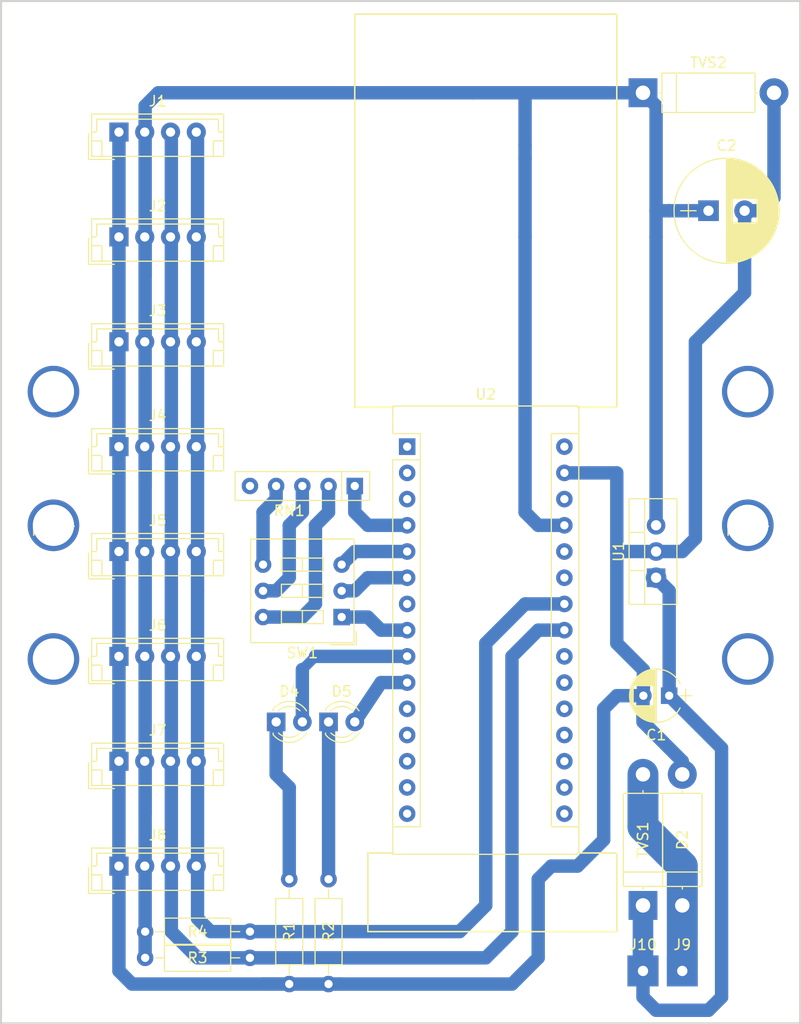
<source format=kicad_pcb>
(kicad_pcb (version 4) (host pcbnew 4.0.7)

  (general
    (links 63)
    (no_connects 1)
    (area 129.439999 65.939999 207.110001 165.200001)
    (thickness 1.6)
    (drawings 6)
    (tracks 166)
    (zones 0)
    (modules 27)
    (nets 38)
  )

  (page A4)
  (layers
    (0 F.Cu signal)
    (31 B.Cu signal)
    (32 B.Adhes user)
    (33 F.Adhes user)
    (34 B.Paste user)
    (35 F.Paste user)
    (36 B.SilkS user)
    (37 F.SilkS user)
    (38 B.Mask user)
    (39 F.Mask user)
    (40 Dwgs.User user)
    (41 Cmts.User user)
    (42 Eco1.User user)
    (43 Eco2.User user)
    (44 Edge.Cuts user)
    (45 Margin user)
    (46 B.CrtYd user)
    (47 F.CrtYd user)
    (48 B.Fab user)
    (49 F.Fab user)
  )

  (setup
    (last_trace_width 1.3)
    (user_trace_width 1)
    (user_trace_width 2)
    (user_trace_width 3)
    (trace_clearance 0.4)
    (zone_clearance 0.508)
    (zone_45_only yes)
    (trace_min 0.2)
    (segment_width 0.2)
    (edge_width 0.2)
    (via_size 0.6)
    (via_drill 0.4)
    (via_min_size 0.4)
    (via_min_drill 0.3)
    (uvia_size 0.3)
    (uvia_drill 0.1)
    (uvias_allowed no)
    (uvia_min_size 0.2)
    (uvia_min_drill 0.1)
    (pcb_text_width 0.3)
    (pcb_text_size 1.5 1.5)
    (mod_edge_width 0.15)
    (mod_text_size 1 1)
    (mod_text_width 0.15)
    (pad_size 1.6 1.6)
    (pad_drill 0.8)
    (pad_to_mask_clearance 0.2)
    (aux_axis_origin 0 0)
    (visible_elements 7FFFFFFF)
    (pcbplotparams
      (layerselection 0x010f0_80000001)
      (usegerberextensions true)
      (excludeedgelayer true)
      (linewidth 0.200000)
      (plotframeref false)
      (viasonmask false)
      (mode 1)
      (useauxorigin false)
      (hpglpennumber 1)
      (hpglpenspeed 20)
      (hpglpendiameter 15)
      (hpglpenoverlay 2)
      (psnegative false)
      (psa4output false)
      (plotreference true)
      (plotvalue true)
      (plotinvisibletext false)
      (padsonsilk false)
      (subtractmaskfromsilk false)
      (outputformat 1)
      (mirror false)
      (drillshape 0)
      (scaleselection 1)
      (outputdirectory gerber))
  )

  (net 0 "")
  (net 1 GND)
  (net 2 +5V)
  (net 3 SDA)
  (net 4 SCL)
  (net 5 "Net-(U2-Pad1)")
  (net 6 "Net-(U2-Pad17)")
  (net 7 "Net-(U2-Pad2)")
  (net 8 "Net-(U2-Pad18)")
  (net 9 "Net-(U2-Pad3)")
  (net 10 "Net-(U2-Pad19)")
  (net 11 "Net-(U2-Pad20)")
  (net 12 "Net-(U2-Pad21)")
  (net 13 "Net-(U2-Pad22)")
  (net 14 "Net-(U2-Pad25)")
  (net 15 "Net-(U2-Pad26)")
  (net 16 "Net-(U2-Pad11)")
  (net 17 "Net-(U2-Pad28)")
  (net 18 "Net-(U2-Pad13)")
  (net 19 "Net-(U2-Pad30)")
  (net 20 "Net-(U2-Pad15)")
  (net 21 "Net-(U2-Pad16)")
  (net 22 "Net-(U2-Pad12)")
  (net 23 "Net-(U2-Pad14)")
  (net 24 "Net-(C1-Pad1)")
  (net 25 "Net-(RN1-Pad2)")
  (net 26 "Net-(RN1-Pad3)")
  (net 27 "Net-(RN1-Pad4)")
  (net 28 "Net-(RN1-Pad5)")
  (net 29 "Net-(SW1-Pad1)")
  (net 30 "Net-(SW1-Pad2)")
  (net 31 "Net-(SW1-Pad3)")
  (net 32 "Net-(D4-Pad1)")
  (net 33 "Net-(D4-Pad2)")
  (net 34 "Net-(D5-Pad1)")
  (net 35 "Net-(D5-Pad2)")
  (net 36 "Net-(D2-Pad1)")
  (net 37 "Net-(U2-Pad7)")

  (net_class Default "Toto je výchozí třída sítě."
    (clearance 0.4)
    (trace_width 1.3)
    (via_dia 0.6)
    (via_drill 0.4)
    (uvia_dia 0.3)
    (uvia_drill 0.1)
    (add_net "Net-(C1-Pad1)")
    (add_net "Net-(D2-Pad1)")
    (add_net "Net-(D4-Pad1)")
    (add_net "Net-(D4-Pad2)")
    (add_net "Net-(D5-Pad1)")
    (add_net "Net-(D5-Pad2)")
    (add_net "Net-(RN1-Pad2)")
    (add_net "Net-(RN1-Pad3)")
    (add_net "Net-(RN1-Pad4)")
    (add_net "Net-(RN1-Pad5)")
    (add_net "Net-(SW1-Pad1)")
    (add_net "Net-(SW1-Pad2)")
    (add_net "Net-(SW1-Pad3)")
    (add_net "Net-(U2-Pad1)")
    (add_net "Net-(U2-Pad11)")
    (add_net "Net-(U2-Pad12)")
    (add_net "Net-(U2-Pad13)")
    (add_net "Net-(U2-Pad14)")
    (add_net "Net-(U2-Pad15)")
    (add_net "Net-(U2-Pad16)")
    (add_net "Net-(U2-Pad17)")
    (add_net "Net-(U2-Pad18)")
    (add_net "Net-(U2-Pad19)")
    (add_net "Net-(U2-Pad2)")
    (add_net "Net-(U2-Pad20)")
    (add_net "Net-(U2-Pad21)")
    (add_net "Net-(U2-Pad22)")
    (add_net "Net-(U2-Pad25)")
    (add_net "Net-(U2-Pad26)")
    (add_net "Net-(U2-Pad28)")
    (add_net "Net-(U2-Pad3)")
    (add_net "Net-(U2-Pad30)")
    (add_net "Net-(U2-Pad7)")
  )

  (net_class Power ""
    (clearance 0.4)
    (trace_width 1.3)
    (via_dia 0.6)
    (via_drill 0.4)
    (uvia_dia 0.3)
    (uvia_drill 0.1)
    (add_net +5V)
    (add_net GND)
  )

  (net_class Signal ""
    (clearance 0.4)
    (trace_width 1)
    (via_dia 0.6)
    (via_drill 0.4)
    (uvia_dia 0.3)
    (uvia_drill 0.1)
    (add_net SCL)
    (add_net SDA)
  )

  (module konektory:Arduino_Nano_Ethernet (layer F.Cu) (tedit 5A86B614) (tstamp 5A869F34)
    (at 168.91 109.22)
    (descr "Arduino Nano, http://www.mouser.com/pdfdocs/Gravitech_Arduino_Nano3_0.pdf")
    (tags "Arduino Nano")
    (path /5A869DFB)
    (fp_text reference U2 (at 7.62 -5.08) (layer F.SilkS)
      (effects (font (size 1 1) (thickness 0.15)))
    )
    (fp_text value Arduino_Nano_R3 (at 8.89 15.24 90) (layer F.Fab)
      (effects (font (size 1 1) (thickness 0.15)))
    )
    (fp_line (start 20.32 46.99) (end 19.05 46.99) (layer F.SilkS) (width 0.15))
    (fp_line (start 19.05 39.37) (end 20.32 39.37) (layer F.SilkS) (width 0.15))
    (fp_line (start 19.05 -41.91) (end 20.32 -41.91) (layer F.SilkS) (width 0.15))
    (fp_line (start -5.08 -41.91) (end -2.54 -41.91) (layer F.SilkS) (width 0.15))
    (fp_line (start -2.54 -3.81) (end -5.08 -3.81) (layer F.SilkS) (width 0.15))
    (fp_line (start 19.05 -3.81) (end 20.32 -3.81) (layer F.SilkS) (width 0.15))
    (fp_line (start 16.51 39.37) (end 19.05 39.37) (layer F.SilkS) (width 0.15))
    (fp_line (start 20.32 39.37) (end 20.32 46.99) (layer F.SilkS) (width 0.15))
    (fp_line (start 19.05 46.99) (end -3.81 46.99) (layer F.SilkS) (width 0.15))
    (fp_line (start -3.81 46.99) (end -3.81 39.37) (layer F.SilkS) (width 0.15))
    (fp_line (start -3.81 39.37) (end -1.27 39.37) (layer F.SilkS) (width 0.15))
    (fp_line (start 16.51 -3.81) (end 19.05 -3.81) (layer F.SilkS) (width 0.15))
    (fp_line (start 20.32 -3.81) (end 20.32 -41.91) (layer F.SilkS) (width 0.15))
    (fp_line (start 19.05 -41.91) (end -2.54 -41.91) (layer F.SilkS) (width 0.15))
    (fp_line (start -5.08 -41.91) (end -5.08 -3.81) (layer F.SilkS) (width 0.15))
    (fp_line (start -2.54 -3.81) (end -1.27 -3.81) (layer F.SilkS) (width 0.15))
    (fp_text user %R (at 6.35 16.51 90) (layer F.Fab)
      (effects (font (size 1 1) (thickness 0.15)))
    )
    (fp_line (start 1.27 1.27) (end 1.27 -1.27) (layer F.SilkS) (width 0.12))
    (fp_line (start 1.27 -1.27) (end -1.4 -1.27) (layer F.SilkS) (width 0.12))
    (fp_line (start -1.4 1.27) (end -1.4 39.5) (layer F.SilkS) (width 0.12))
    (fp_line (start -1.4 -3.94) (end -1.4 -1.27) (layer F.SilkS) (width 0.12))
    (fp_line (start 13.97 -1.27) (end 16.64 -1.27) (layer F.SilkS) (width 0.12))
    (fp_line (start 13.97 -1.27) (end 13.97 36.83) (layer F.SilkS) (width 0.12))
    (fp_line (start 13.97 36.83) (end 16.64 36.83) (layer F.SilkS) (width 0.12))
    (fp_line (start 1.27 1.27) (end -1.4 1.27) (layer F.SilkS) (width 0.12))
    (fp_line (start 1.27 1.27) (end 1.27 36.83) (layer F.SilkS) (width 0.12))
    (fp_line (start 1.27 36.83) (end -1.4 36.83) (layer F.SilkS) (width 0.12))
    (fp_line (start 3.81 31.75) (end 11.43 31.75) (layer F.Fab) (width 0.1))
    (fp_line (start 11.43 31.75) (end 11.43 41.91) (layer F.Fab) (width 0.1))
    (fp_line (start 11.43 41.91) (end 3.81 41.91) (layer F.Fab) (width 0.1))
    (fp_line (start 3.81 41.91) (end 3.81 31.75) (layer F.Fab) (width 0.1))
    (fp_line (start -1.4 39.5) (end 16.64 39.5) (layer F.SilkS) (width 0.12))
    (fp_line (start 16.64 39.5) (end 16.64 -3.94) (layer F.SilkS) (width 0.12))
    (fp_line (start 16.64 -3.94) (end -1.4 -3.94) (layer F.SilkS) (width 0.12))
    (fp_line (start 16.51 39.37) (end -1.27 39.37) (layer F.Fab) (width 0.1))
    (fp_line (start -1.27 39.37) (end -1.27 -2.54) (layer F.Fab) (width 0.1))
    (fp_line (start -1.27 -2.54) (end 0 -3.81) (layer F.Fab) (width 0.1))
    (fp_line (start 0 -3.81) (end 16.51 -3.81) (layer F.Fab) (width 0.1))
    (fp_line (start 16.51 -3.81) (end 16.51 39.37) (layer F.Fab) (width 0.1))
    (fp_line (start -1.53 -4.06) (end 16.75 -4.06) (layer F.CrtYd) (width 0.05))
    (fp_line (start -1.53 -4.06) (end -1.53 42.16) (layer F.CrtYd) (width 0.05))
    (fp_line (start 16.75 42.16) (end 16.75 -4.06) (layer F.CrtYd) (width 0.05))
    (fp_line (start 16.75 42.16) (end -1.53 42.16) (layer F.CrtYd) (width 0.05))
    (pad "" np_thru_hole circle (at -1.27 43.18) (size 3.5 3.5) (drill 3.5) (layers *.Cu *.Mask))
    (pad "" np_thru_hole circle (at 17.78 43.18) (size 3.5 3.5) (drill 3.5) (layers *.Cu *.Mask))
    (pad "" np_thru_hole circle (at -2.54 -6.35) (size 3.5 3.5) (drill 3.5) (layers *.Cu *.Mask))
    (pad "" np_thru_hole circle (at 17.78 -6.35) (size 3.5 3.5) (drill 3.5) (layers *.Cu *.Mask))
    (pad 1 thru_hole rect (at 0 0) (size 1.6 1.6) (drill 0.8) (layers *.Cu *.Mask)
      (net 5 "Net-(U2-Pad1)"))
    (pad 17 thru_hole oval (at 15.24 33.02) (size 1.6 1.6) (drill 0.8) (layers *.Cu *.Mask)
      (net 6 "Net-(U2-Pad17)"))
    (pad 2 thru_hole oval (at 0 2.54) (size 1.6 1.6) (drill 0.8) (layers *.Cu *.Mask)
      (net 7 "Net-(U2-Pad2)"))
    (pad 18 thru_hole oval (at 15.24 30.48) (size 1.6 1.6) (drill 0.8) (layers *.Cu *.Mask)
      (net 8 "Net-(U2-Pad18)"))
    (pad 3 thru_hole oval (at 0 5.08) (size 1.6 1.6) (drill 0.8) (layers *.Cu *.Mask)
      (net 9 "Net-(U2-Pad3)"))
    (pad 19 thru_hole oval (at 15.24 27.94) (size 1.6 1.6) (drill 0.8) (layers *.Cu *.Mask)
      (net 10 "Net-(U2-Pad19)"))
    (pad 4 thru_hole oval (at 0 7.62) (size 1.6 1.6) (drill 0.8) (layers *.Cu *.Mask)
      (net 1 GND))
    (pad 20 thru_hole oval (at 15.24 25.4) (size 1.6 1.6) (drill 0.8) (layers *.Cu *.Mask)
      (net 11 "Net-(U2-Pad20)"))
    (pad 5 thru_hole oval (at 0 10.16) (size 1.6 1.6) (drill 0.8) (layers *.Cu *.Mask)
      (net 29 "Net-(SW1-Pad1)"))
    (pad 21 thru_hole oval (at 15.24 22.86) (size 1.6 1.6) (drill 0.8) (layers *.Cu *.Mask)
      (net 12 "Net-(U2-Pad21)"))
    (pad 6 thru_hole oval (at 0 12.7) (size 1.6 1.6) (drill 0.8) (layers *.Cu *.Mask)
      (net 30 "Net-(SW1-Pad2)"))
    (pad 22 thru_hole oval (at 15.24 20.32) (size 1.6 1.6) (drill 0.8) (layers *.Cu *.Mask)
      (net 13 "Net-(U2-Pad22)"))
    (pad 7 thru_hole oval (at 0 15.24) (size 1.6 1.6) (drill 0.8) (layers *.Cu *.Mask)
      (net 37 "Net-(U2-Pad7)"))
    (pad 23 thru_hole oval (at 15.24 17.78) (size 1.6 1.6) (drill 0.8) (layers *.Cu *.Mask)
      (net 3 SDA))
    (pad 8 thru_hole oval (at 0 17.78) (size 1.6 1.6) (drill 0.8) (layers *.Cu *.Mask)
      (net 31 "Net-(SW1-Pad3)"))
    (pad 24 thru_hole oval (at 15.24 15.24) (size 1.6 1.6) (drill 0.8) (layers *.Cu *.Mask)
      (net 4 SCL))
    (pad 9 thru_hole oval (at 0 20.32) (size 1.6 1.6) (drill 0.8) (layers *.Cu *.Mask)
      (net 33 "Net-(D4-Pad2)"))
    (pad 25 thru_hole oval (at 15.24 12.7) (size 1.6 1.6) (drill 0.8) (layers *.Cu *.Mask)
      (net 14 "Net-(U2-Pad25)"))
    (pad 10 thru_hole oval (at 0 22.86) (size 1.6 1.6) (drill 0.8) (layers *.Cu *.Mask)
      (net 35 "Net-(D5-Pad2)"))
    (pad 26 thru_hole oval (at 15.24 10.16) (size 1.6 1.6) (drill 0.8) (layers *.Cu *.Mask)
      (net 15 "Net-(U2-Pad26)"))
    (pad 11 thru_hole oval (at 0 25.4) (size 1.6 1.6) (drill 0.8) (layers *.Cu *.Mask)
      (net 16 "Net-(U2-Pad11)"))
    (pad 27 thru_hole oval (at 15.24 7.62) (size 1.6 1.6) (drill 0.8) (layers *.Cu *.Mask)
      (net 2 +5V))
    (pad 12 thru_hole oval (at 0 27.94) (size 1.6 1.6) (drill 0.8) (layers *.Cu *.Mask)
      (net 22 "Net-(U2-Pad12)"))
    (pad 28 thru_hole oval (at 15.24 5.08) (size 1.6 1.6) (drill 0.8) (layers *.Cu *.Mask)
      (net 17 "Net-(U2-Pad28)"))
    (pad 13 thru_hole oval (at 0 30.48) (size 1.6 1.6) (drill 0.8) (layers *.Cu *.Mask)
      (net 18 "Net-(U2-Pad13)"))
    (pad 29 thru_hole oval (at 15.24 2.54) (size 1.6 1.6) (drill 0.8) (layers *.Cu *.Mask)
      (net 1 GND))
    (pad 14 thru_hole oval (at 0 33.02) (size 1.6 1.6) (drill 0.8) (layers *.Cu *.Mask)
      (net 23 "Net-(U2-Pad14)"))
    (pad 30 thru_hole oval (at 15.24 0) (size 1.6 1.6) (drill 0.8) (layers *.Cu *.Mask)
      (net 19 "Net-(U2-Pad30)"))
    (pad 15 thru_hole oval (at 0 35.56) (size 1.6 1.6) (drill 0.8) (layers *.Cu *.Mask)
      (net 20 "Net-(U2-Pad15)"))
    (pad 16 thru_hole oval (at 15.24 35.56) (size 1.6 1.6) (drill 0.8) (layers *.Cu *.Mask)
      (net 21 "Net-(U2-Pad16)"))
    (pad "" np_thru_hole circle (at 0 -2.54) (size 1.78 1.78) (drill 1.78) (layers *.Cu *.Mask))
    (pad "" np_thru_hole circle (at 15.24 -2.54) (size 1.78 1.78) (drill 1.78) (layers *.Cu *.Mask))
    (pad "" np_thru_hole circle (at 15.24 38.1) (size 1.78 1.78) (drill 1.78) (layers *.Cu *.Mask))
    (pad "" np_thru_hole circle (at 0 38.1) (size 1.78 1.78) (drill 1.78) (layers *.Cu *.Mask))
  )

  (module TO_SOT_Packages_THT:TO-220-3_Vertical (layer F.Cu) (tedit 58CE52AD) (tstamp 5A85F170)
    (at 193.04 121.92 90)
    (descr "TO-220-3, Vertical, RM 2.54mm")
    (tags "TO-220-3 Vertical RM 2.54mm")
    (path /5A85F93B)
    (fp_text reference U1 (at 2.54 -3.62 90) (layer F.SilkS)
      (effects (font (size 1 1) (thickness 0.15)))
    )
    (fp_text value LM7805_TO220 (at 2.54 3.92 90) (layer F.Fab)
      (effects (font (size 1 1) (thickness 0.15)))
    )
    (fp_text user %R (at 2.54 -3.62 90) (layer F.Fab)
      (effects (font (size 1 1) (thickness 0.15)))
    )
    (fp_line (start -2.46 -2.5) (end -2.46 1.9) (layer F.Fab) (width 0.1))
    (fp_line (start -2.46 1.9) (end 7.54 1.9) (layer F.Fab) (width 0.1))
    (fp_line (start 7.54 1.9) (end 7.54 -2.5) (layer F.Fab) (width 0.1))
    (fp_line (start 7.54 -2.5) (end -2.46 -2.5) (layer F.Fab) (width 0.1))
    (fp_line (start -2.46 -1.23) (end 7.54 -1.23) (layer F.Fab) (width 0.1))
    (fp_line (start 0.69 -2.5) (end 0.69 -1.23) (layer F.Fab) (width 0.1))
    (fp_line (start 4.39 -2.5) (end 4.39 -1.23) (layer F.Fab) (width 0.1))
    (fp_line (start -2.58 -2.62) (end 7.66 -2.62) (layer F.SilkS) (width 0.12))
    (fp_line (start -2.58 2.021) (end 7.66 2.021) (layer F.SilkS) (width 0.12))
    (fp_line (start -2.58 -2.62) (end -2.58 2.021) (layer F.SilkS) (width 0.12))
    (fp_line (start 7.66 -2.62) (end 7.66 2.021) (layer F.SilkS) (width 0.12))
    (fp_line (start -2.58 -1.11) (end 7.66 -1.11) (layer F.SilkS) (width 0.12))
    (fp_line (start 0.69 -2.62) (end 0.69 -1.11) (layer F.SilkS) (width 0.12))
    (fp_line (start 4.391 -2.62) (end 4.391 -1.11) (layer F.SilkS) (width 0.12))
    (fp_line (start -2.71 -2.75) (end -2.71 2.16) (layer F.CrtYd) (width 0.05))
    (fp_line (start -2.71 2.16) (end 7.79 2.16) (layer F.CrtYd) (width 0.05))
    (fp_line (start 7.79 2.16) (end 7.79 -2.75) (layer F.CrtYd) (width 0.05))
    (fp_line (start 7.79 -2.75) (end -2.71 -2.75) (layer F.CrtYd) (width 0.05))
    (pad 1 thru_hole rect (at 0 0 90) (size 1.8 1.8) (drill 1) (layers *.Cu *.Mask)
      (net 24 "Net-(C1-Pad1)"))
    (pad 2 thru_hole oval (at 2.54 0 90) (size 1.8 1.8) (drill 1) (layers *.Cu *.Mask)
      (net 1 GND))
    (pad 3 thru_hole oval (at 5.08 0 90) (size 1.8 1.8) (drill 1) (layers *.Cu *.Mask)
      (net 2 +5V))
    (model TO_SOT_Packages_THT.3dshapes/TO-220_Vertical.wrl
      (at (xyz 0.1 0 0))
      (scale (xyz 0.4 0.4 0.4))
      (rotate (xyz 0 0 0))
    )
  )

  (module konektory:MSK-5.08_terminal (layer F.Cu) (tedit 5A8703BA) (tstamp 5A860347)
    (at 193.04 158.75)
    (path /5A8601E6)
    (fp_text reference J10 (at -1.27 -1.27) (layer F.SilkS)
      (effects (font (size 1 1) (thickness 0.15)))
    )
    (fp_text value Conn_01x01 (at 0 -0.5) (layer F.Fab)
      (effects (font (size 1 1) (thickness 0.15)))
    )
    (pad 1 thru_hole rect (at -1.27 1.27) (size 3 3) (drill 1) (layers *.Mask B.Cu)
      (net 24 "Net-(C1-Pad1)"))
  )

  (module konektory:MSK-5.08_terminal (layer F.Cu) (tedit 5A8703B4) (tstamp 5A860385)
    (at 196.85 158.75)
    (path /5A8601A3)
    (fp_text reference J9 (at -1.27 -1.27) (layer F.SilkS)
      (effects (font (size 1 1) (thickness 0.15)))
    )
    (fp_text value Conn_01x01 (at 0 -0.5) (layer F.Fab)
      (effects (font (size 1 1) (thickness 0.15)))
    )
    (pad 1 thru_hole rect (at -1.27 1.27) (size 3 3) (drill 1) (layers *.Mask B.Cu)
      (net 36 "Net-(D2-Pad1)"))
  )

  (module Diodes_THT:D_5W_P12.70mm_Horizontal (layer F.Cu) (tedit 5A86F949) (tstamp 5A86AC95)
    (at 195.58 153.67 90)
    (descr "D, 5W series, Axial, Horizontal, pin pitch=12.7mm, , length*diameter=8.9*3.7mm^2, , http://www.diodes.com/_files/packages/8686949.gif")
    (tags "D 5W series Axial Horizontal pin pitch 12.7mm  length 8.9mm diameter 3.7mm")
    (path /5A86B23A)
    (fp_text reference D2 (at 6.35 0 90) (layer F.SilkS)
      (effects (font (size 1 1) (thickness 0.15)))
    )
    (fp_text value D_Schottky (at 6.35 2.91 90) (layer F.Fab)
      (effects (font (size 1 1) (thickness 0.15)))
    )
    (fp_text user %R (at 6.35 0 90) (layer F.Fab)
      (effects (font (size 1 1) (thickness 0.15)))
    )
    (fp_line (start 1.9 -1.85) (end 1.9 1.85) (layer F.Fab) (width 0.1))
    (fp_line (start 1.9 1.85) (end 10.8 1.85) (layer F.Fab) (width 0.1))
    (fp_line (start 10.8 1.85) (end 10.8 -1.85) (layer F.Fab) (width 0.1))
    (fp_line (start 10.8 -1.85) (end 1.9 -1.85) (layer F.Fab) (width 0.1))
    (fp_line (start 0 0) (end 1.9 0) (layer F.Fab) (width 0.1))
    (fp_line (start 12.7 0) (end 10.8 0) (layer F.Fab) (width 0.1))
    (fp_line (start 3.235 -1.85) (end 3.235 1.85) (layer F.Fab) (width 0.1))
    (fp_line (start 1.84 -1.91) (end 1.84 1.91) (layer F.SilkS) (width 0.12))
    (fp_line (start 1.84 1.91) (end 10.86 1.91) (layer F.SilkS) (width 0.12))
    (fp_line (start 10.86 1.91) (end 10.86 -1.91) (layer F.SilkS) (width 0.12))
    (fp_line (start 10.86 -1.91) (end 1.84 -1.91) (layer F.SilkS) (width 0.12))
    (fp_line (start 1.58 0) (end 1.84 0) (layer F.SilkS) (width 0.12))
    (fp_line (start 11.12 0) (end 10.86 0) (layer F.SilkS) (width 0.12))
    (fp_line (start 3.235 -1.91) (end 3.235 1.91) (layer F.SilkS) (width 0.12))
    (fp_line (start -1.65 -2.2) (end -1.65 2.2) (layer F.CrtYd) (width 0.05))
    (fp_line (start -1.65 2.2) (end 14.35 2.2) (layer F.CrtYd) (width 0.05))
    (fp_line (start 14.35 2.2) (end 14.35 -2.2) (layer F.CrtYd) (width 0.05))
    (fp_line (start 14.35 -2.2) (end -1.65 -2.2) (layer F.CrtYd) (width 0.05))
    (pad 1 thru_hole rect (at 0 0 90) (size 2.8 2.8) (drill 1.4) (layers *.Cu *.Mask)
      (net 36 "Net-(D2-Pad1)"))
    (pad 2 thru_hole oval (at 12.7 0 90) (size 2.8 2.8) (drill 1.4) (layers *.Cu *.Mask)
      (net 1 GND))
    (model ${KISYS3DMOD}/Diodes_THT.3dshapes/D_5W_P12.70mm_Horizontal.wrl
      (at (xyz 0 0 0))
      (scale (xyz 0.393701 0.393701 0.393701))
      (rotate (xyz 0 0 0))
    )
  )

  (module Capacitors_THT:CP_Radial_D10.0mm_P3.50mm (layer F.Cu) (tedit 597BC7C2) (tstamp 5A86B302)
    (at 198.12 86.36)
    (descr "CP, Radial series, Radial, pin pitch=3.50mm, , diameter=10mm, Electrolytic Capacitor")
    (tags "CP Radial series Radial pin pitch 3.50mm  diameter 10mm Electrolytic Capacitor")
    (path /5A86C863)
    (fp_text reference C2 (at 1.75 -6.31) (layer F.SilkS)
      (effects (font (size 1 1) (thickness 0.15)))
    )
    (fp_text value 100uF (at 1.75 6.31) (layer F.Fab)
      (effects (font (size 1 1) (thickness 0.15)))
    )
    (fp_circle (center 1.75 0) (end 6.75 0) (layer F.Fab) (width 0.1))
    (fp_circle (center 1.75 0) (end 6.84 0) (layer F.SilkS) (width 0.12))
    (fp_line (start -2.7 0) (end -1.2 0) (layer F.Fab) (width 0.1))
    (fp_line (start -1.95 -0.75) (end -1.95 0.75) (layer F.Fab) (width 0.1))
    (fp_line (start 1.75 -5.05) (end 1.75 5.05) (layer F.SilkS) (width 0.12))
    (fp_line (start 1.79 -5.05) (end 1.79 5.05) (layer F.SilkS) (width 0.12))
    (fp_line (start 1.83 -5.05) (end 1.83 5.05) (layer F.SilkS) (width 0.12))
    (fp_line (start 1.87 -5.049) (end 1.87 5.049) (layer F.SilkS) (width 0.12))
    (fp_line (start 1.91 -5.048) (end 1.91 5.048) (layer F.SilkS) (width 0.12))
    (fp_line (start 1.95 -5.047) (end 1.95 5.047) (layer F.SilkS) (width 0.12))
    (fp_line (start 1.99 -5.045) (end 1.99 5.045) (layer F.SilkS) (width 0.12))
    (fp_line (start 2.03 -5.043) (end 2.03 5.043) (layer F.SilkS) (width 0.12))
    (fp_line (start 2.07 -5.04) (end 2.07 5.04) (layer F.SilkS) (width 0.12))
    (fp_line (start 2.11 -5.038) (end 2.11 5.038) (layer F.SilkS) (width 0.12))
    (fp_line (start 2.15 -5.035) (end 2.15 5.035) (layer F.SilkS) (width 0.12))
    (fp_line (start 2.19 -5.031) (end 2.19 5.031) (layer F.SilkS) (width 0.12))
    (fp_line (start 2.23 -5.028) (end 2.23 5.028) (layer F.SilkS) (width 0.12))
    (fp_line (start 2.27 -5.024) (end 2.27 5.024) (layer F.SilkS) (width 0.12))
    (fp_line (start 2.31 -5.02) (end 2.31 5.02) (layer F.SilkS) (width 0.12))
    (fp_line (start 2.35 -5.015) (end 2.35 -1.181) (layer F.SilkS) (width 0.12))
    (fp_line (start 2.35 1.181) (end 2.35 5.015) (layer F.SilkS) (width 0.12))
    (fp_line (start 2.39 -5.01) (end 2.39 -1.181) (layer F.SilkS) (width 0.12))
    (fp_line (start 2.39 1.181) (end 2.39 5.01) (layer F.SilkS) (width 0.12))
    (fp_line (start 2.43 -5.005) (end 2.43 -1.181) (layer F.SilkS) (width 0.12))
    (fp_line (start 2.43 1.181) (end 2.43 5.005) (layer F.SilkS) (width 0.12))
    (fp_line (start 2.471 -4.999) (end 2.471 -1.181) (layer F.SilkS) (width 0.12))
    (fp_line (start 2.471 1.181) (end 2.471 4.999) (layer F.SilkS) (width 0.12))
    (fp_line (start 2.511 -4.993) (end 2.511 -1.181) (layer F.SilkS) (width 0.12))
    (fp_line (start 2.511 1.181) (end 2.511 4.993) (layer F.SilkS) (width 0.12))
    (fp_line (start 2.551 -4.987) (end 2.551 -1.181) (layer F.SilkS) (width 0.12))
    (fp_line (start 2.551 1.181) (end 2.551 4.987) (layer F.SilkS) (width 0.12))
    (fp_line (start 2.591 -4.981) (end 2.591 -1.181) (layer F.SilkS) (width 0.12))
    (fp_line (start 2.591 1.181) (end 2.591 4.981) (layer F.SilkS) (width 0.12))
    (fp_line (start 2.631 -4.974) (end 2.631 -1.181) (layer F.SilkS) (width 0.12))
    (fp_line (start 2.631 1.181) (end 2.631 4.974) (layer F.SilkS) (width 0.12))
    (fp_line (start 2.671 -4.967) (end 2.671 -1.181) (layer F.SilkS) (width 0.12))
    (fp_line (start 2.671 1.181) (end 2.671 4.967) (layer F.SilkS) (width 0.12))
    (fp_line (start 2.711 -4.959) (end 2.711 -1.181) (layer F.SilkS) (width 0.12))
    (fp_line (start 2.711 1.181) (end 2.711 4.959) (layer F.SilkS) (width 0.12))
    (fp_line (start 2.751 -4.951) (end 2.751 -1.181) (layer F.SilkS) (width 0.12))
    (fp_line (start 2.751 1.181) (end 2.751 4.951) (layer F.SilkS) (width 0.12))
    (fp_line (start 2.791 -4.943) (end 2.791 -1.181) (layer F.SilkS) (width 0.12))
    (fp_line (start 2.791 1.181) (end 2.791 4.943) (layer F.SilkS) (width 0.12))
    (fp_line (start 2.831 -4.935) (end 2.831 -1.181) (layer F.SilkS) (width 0.12))
    (fp_line (start 2.831 1.181) (end 2.831 4.935) (layer F.SilkS) (width 0.12))
    (fp_line (start 2.871 -4.926) (end 2.871 -1.181) (layer F.SilkS) (width 0.12))
    (fp_line (start 2.871 1.181) (end 2.871 4.926) (layer F.SilkS) (width 0.12))
    (fp_line (start 2.911 -4.917) (end 2.911 -1.181) (layer F.SilkS) (width 0.12))
    (fp_line (start 2.911 1.181) (end 2.911 4.917) (layer F.SilkS) (width 0.12))
    (fp_line (start 2.951 -4.907) (end 2.951 -1.181) (layer F.SilkS) (width 0.12))
    (fp_line (start 2.951 1.181) (end 2.951 4.907) (layer F.SilkS) (width 0.12))
    (fp_line (start 2.991 -4.897) (end 2.991 -1.181) (layer F.SilkS) (width 0.12))
    (fp_line (start 2.991 1.181) (end 2.991 4.897) (layer F.SilkS) (width 0.12))
    (fp_line (start 3.031 -4.887) (end 3.031 -1.181) (layer F.SilkS) (width 0.12))
    (fp_line (start 3.031 1.181) (end 3.031 4.887) (layer F.SilkS) (width 0.12))
    (fp_line (start 3.071 -4.876) (end 3.071 -1.181) (layer F.SilkS) (width 0.12))
    (fp_line (start 3.071 1.181) (end 3.071 4.876) (layer F.SilkS) (width 0.12))
    (fp_line (start 3.111 -4.865) (end 3.111 -1.181) (layer F.SilkS) (width 0.12))
    (fp_line (start 3.111 1.181) (end 3.111 4.865) (layer F.SilkS) (width 0.12))
    (fp_line (start 3.151 -4.854) (end 3.151 -1.181) (layer F.SilkS) (width 0.12))
    (fp_line (start 3.151 1.181) (end 3.151 4.854) (layer F.SilkS) (width 0.12))
    (fp_line (start 3.191 -4.843) (end 3.191 -1.181) (layer F.SilkS) (width 0.12))
    (fp_line (start 3.191 1.181) (end 3.191 4.843) (layer F.SilkS) (width 0.12))
    (fp_line (start 3.231 -4.831) (end 3.231 -1.181) (layer F.SilkS) (width 0.12))
    (fp_line (start 3.231 1.181) (end 3.231 4.831) (layer F.SilkS) (width 0.12))
    (fp_line (start 3.271 -4.818) (end 3.271 -1.181) (layer F.SilkS) (width 0.12))
    (fp_line (start 3.271 1.181) (end 3.271 4.818) (layer F.SilkS) (width 0.12))
    (fp_line (start 3.311 -4.806) (end 3.311 -1.181) (layer F.SilkS) (width 0.12))
    (fp_line (start 3.311 1.181) (end 3.311 4.806) (layer F.SilkS) (width 0.12))
    (fp_line (start 3.351 -4.792) (end 3.351 -1.181) (layer F.SilkS) (width 0.12))
    (fp_line (start 3.351 1.181) (end 3.351 4.792) (layer F.SilkS) (width 0.12))
    (fp_line (start 3.391 -4.779) (end 3.391 -1.181) (layer F.SilkS) (width 0.12))
    (fp_line (start 3.391 1.181) (end 3.391 4.779) (layer F.SilkS) (width 0.12))
    (fp_line (start 3.431 -4.765) (end 3.431 -1.181) (layer F.SilkS) (width 0.12))
    (fp_line (start 3.431 1.181) (end 3.431 4.765) (layer F.SilkS) (width 0.12))
    (fp_line (start 3.471 -4.751) (end 3.471 -1.181) (layer F.SilkS) (width 0.12))
    (fp_line (start 3.471 1.181) (end 3.471 4.751) (layer F.SilkS) (width 0.12))
    (fp_line (start 3.511 -4.737) (end 3.511 -1.181) (layer F.SilkS) (width 0.12))
    (fp_line (start 3.511 1.181) (end 3.511 4.737) (layer F.SilkS) (width 0.12))
    (fp_line (start 3.551 -4.722) (end 3.551 -1.181) (layer F.SilkS) (width 0.12))
    (fp_line (start 3.551 1.181) (end 3.551 4.722) (layer F.SilkS) (width 0.12))
    (fp_line (start 3.591 -4.706) (end 3.591 -1.181) (layer F.SilkS) (width 0.12))
    (fp_line (start 3.591 1.181) (end 3.591 4.706) (layer F.SilkS) (width 0.12))
    (fp_line (start 3.631 -4.691) (end 3.631 -1.181) (layer F.SilkS) (width 0.12))
    (fp_line (start 3.631 1.181) (end 3.631 4.691) (layer F.SilkS) (width 0.12))
    (fp_line (start 3.671 -4.674) (end 3.671 -1.181) (layer F.SilkS) (width 0.12))
    (fp_line (start 3.671 1.181) (end 3.671 4.674) (layer F.SilkS) (width 0.12))
    (fp_line (start 3.711 -4.658) (end 3.711 -1.181) (layer F.SilkS) (width 0.12))
    (fp_line (start 3.711 1.181) (end 3.711 4.658) (layer F.SilkS) (width 0.12))
    (fp_line (start 3.751 -4.641) (end 3.751 -1.181) (layer F.SilkS) (width 0.12))
    (fp_line (start 3.751 1.181) (end 3.751 4.641) (layer F.SilkS) (width 0.12))
    (fp_line (start 3.791 -4.624) (end 3.791 -1.181) (layer F.SilkS) (width 0.12))
    (fp_line (start 3.791 1.181) (end 3.791 4.624) (layer F.SilkS) (width 0.12))
    (fp_line (start 3.831 -4.606) (end 3.831 -1.181) (layer F.SilkS) (width 0.12))
    (fp_line (start 3.831 1.181) (end 3.831 4.606) (layer F.SilkS) (width 0.12))
    (fp_line (start 3.871 -4.588) (end 3.871 -1.181) (layer F.SilkS) (width 0.12))
    (fp_line (start 3.871 1.181) (end 3.871 4.588) (layer F.SilkS) (width 0.12))
    (fp_line (start 3.911 -4.569) (end 3.911 -1.181) (layer F.SilkS) (width 0.12))
    (fp_line (start 3.911 1.181) (end 3.911 4.569) (layer F.SilkS) (width 0.12))
    (fp_line (start 3.951 -4.55) (end 3.951 -1.181) (layer F.SilkS) (width 0.12))
    (fp_line (start 3.951 1.181) (end 3.951 4.55) (layer F.SilkS) (width 0.12))
    (fp_line (start 3.991 -4.531) (end 3.991 -1.181) (layer F.SilkS) (width 0.12))
    (fp_line (start 3.991 1.181) (end 3.991 4.531) (layer F.SilkS) (width 0.12))
    (fp_line (start 4.031 -4.511) (end 4.031 -1.181) (layer F.SilkS) (width 0.12))
    (fp_line (start 4.031 1.181) (end 4.031 4.511) (layer F.SilkS) (width 0.12))
    (fp_line (start 4.071 -4.491) (end 4.071 -1.181) (layer F.SilkS) (width 0.12))
    (fp_line (start 4.071 1.181) (end 4.071 4.491) (layer F.SilkS) (width 0.12))
    (fp_line (start 4.111 -4.47) (end 4.111 -1.181) (layer F.SilkS) (width 0.12))
    (fp_line (start 4.111 1.181) (end 4.111 4.47) (layer F.SilkS) (width 0.12))
    (fp_line (start 4.151 -4.449) (end 4.151 -1.181) (layer F.SilkS) (width 0.12))
    (fp_line (start 4.151 1.181) (end 4.151 4.449) (layer F.SilkS) (width 0.12))
    (fp_line (start 4.191 -4.428) (end 4.191 -1.181) (layer F.SilkS) (width 0.12))
    (fp_line (start 4.191 1.181) (end 4.191 4.428) (layer F.SilkS) (width 0.12))
    (fp_line (start 4.231 -4.405) (end 4.231 -1.181) (layer F.SilkS) (width 0.12))
    (fp_line (start 4.231 1.181) (end 4.231 4.405) (layer F.SilkS) (width 0.12))
    (fp_line (start 4.271 -4.383) (end 4.271 -1.181) (layer F.SilkS) (width 0.12))
    (fp_line (start 4.271 1.181) (end 4.271 4.383) (layer F.SilkS) (width 0.12))
    (fp_line (start 4.311 -4.36) (end 4.311 -1.181) (layer F.SilkS) (width 0.12))
    (fp_line (start 4.311 1.181) (end 4.311 4.36) (layer F.SilkS) (width 0.12))
    (fp_line (start 4.351 -4.336) (end 4.351 -1.181) (layer F.SilkS) (width 0.12))
    (fp_line (start 4.351 1.181) (end 4.351 4.336) (layer F.SilkS) (width 0.12))
    (fp_line (start 4.391 -4.312) (end 4.391 -1.181) (layer F.SilkS) (width 0.12))
    (fp_line (start 4.391 1.181) (end 4.391 4.312) (layer F.SilkS) (width 0.12))
    (fp_line (start 4.431 -4.288) (end 4.431 -1.181) (layer F.SilkS) (width 0.12))
    (fp_line (start 4.431 1.181) (end 4.431 4.288) (layer F.SilkS) (width 0.12))
    (fp_line (start 4.471 -4.263) (end 4.471 -1.181) (layer F.SilkS) (width 0.12))
    (fp_line (start 4.471 1.181) (end 4.471 4.263) (layer F.SilkS) (width 0.12))
    (fp_line (start 4.511 -4.237) (end 4.511 -1.181) (layer F.SilkS) (width 0.12))
    (fp_line (start 4.511 1.181) (end 4.511 4.237) (layer F.SilkS) (width 0.12))
    (fp_line (start 4.551 -4.211) (end 4.551 -1.181) (layer F.SilkS) (width 0.12))
    (fp_line (start 4.551 1.181) (end 4.551 4.211) (layer F.SilkS) (width 0.12))
    (fp_line (start 4.591 -4.185) (end 4.591 -1.181) (layer F.SilkS) (width 0.12))
    (fp_line (start 4.591 1.181) (end 4.591 4.185) (layer F.SilkS) (width 0.12))
    (fp_line (start 4.631 -4.157) (end 4.631 -1.181) (layer F.SilkS) (width 0.12))
    (fp_line (start 4.631 1.181) (end 4.631 4.157) (layer F.SilkS) (width 0.12))
    (fp_line (start 4.671 -4.13) (end 4.671 -1.181) (layer F.SilkS) (width 0.12))
    (fp_line (start 4.671 1.181) (end 4.671 4.13) (layer F.SilkS) (width 0.12))
    (fp_line (start 4.711 -4.101) (end 4.711 4.101) (layer F.SilkS) (width 0.12))
    (fp_line (start 4.751 -4.072) (end 4.751 4.072) (layer F.SilkS) (width 0.12))
    (fp_line (start 4.791 -4.043) (end 4.791 4.043) (layer F.SilkS) (width 0.12))
    (fp_line (start 4.831 -4.013) (end 4.831 4.013) (layer F.SilkS) (width 0.12))
    (fp_line (start 4.871 -3.982) (end 4.871 3.982) (layer F.SilkS) (width 0.12))
    (fp_line (start 4.911 -3.951) (end 4.911 3.951) (layer F.SilkS) (width 0.12))
    (fp_line (start 4.951 -3.919) (end 4.951 3.919) (layer F.SilkS) (width 0.12))
    (fp_line (start 4.991 -3.886) (end 4.991 3.886) (layer F.SilkS) (width 0.12))
    (fp_line (start 5.031 -3.853) (end 5.031 3.853) (layer F.SilkS) (width 0.12))
    (fp_line (start 5.071 -3.819) (end 5.071 3.819) (layer F.SilkS) (width 0.12))
    (fp_line (start 5.111 -3.784) (end 5.111 3.784) (layer F.SilkS) (width 0.12))
    (fp_line (start 5.151 -3.748) (end 5.151 3.748) (layer F.SilkS) (width 0.12))
    (fp_line (start 5.191 -3.712) (end 5.191 3.712) (layer F.SilkS) (width 0.12))
    (fp_line (start 5.231 -3.675) (end 5.231 3.675) (layer F.SilkS) (width 0.12))
    (fp_line (start 5.271 -3.637) (end 5.271 3.637) (layer F.SilkS) (width 0.12))
    (fp_line (start 5.311 -3.598) (end 5.311 3.598) (layer F.SilkS) (width 0.12))
    (fp_line (start 5.351 -3.559) (end 5.351 3.559) (layer F.SilkS) (width 0.12))
    (fp_line (start 5.391 -3.518) (end 5.391 3.518) (layer F.SilkS) (width 0.12))
    (fp_line (start 5.431 -3.477) (end 5.431 3.477) (layer F.SilkS) (width 0.12))
    (fp_line (start 5.471 -3.435) (end 5.471 3.435) (layer F.SilkS) (width 0.12))
    (fp_line (start 5.511 -3.391) (end 5.511 3.391) (layer F.SilkS) (width 0.12))
    (fp_line (start 5.551 -3.347) (end 5.551 3.347) (layer F.SilkS) (width 0.12))
    (fp_line (start 5.591 -3.302) (end 5.591 3.302) (layer F.SilkS) (width 0.12))
    (fp_line (start 5.631 -3.255) (end 5.631 3.255) (layer F.SilkS) (width 0.12))
    (fp_line (start 5.671 -3.207) (end 5.671 3.207) (layer F.SilkS) (width 0.12))
    (fp_line (start 5.711 -3.158) (end 5.711 3.158) (layer F.SilkS) (width 0.12))
    (fp_line (start 5.751 -3.108) (end 5.751 3.108) (layer F.SilkS) (width 0.12))
    (fp_line (start 5.791 -3.057) (end 5.791 3.057) (layer F.SilkS) (width 0.12))
    (fp_line (start 5.831 -3.004) (end 5.831 3.004) (layer F.SilkS) (width 0.12))
    (fp_line (start 5.871 -2.949) (end 5.871 2.949) (layer F.SilkS) (width 0.12))
    (fp_line (start 5.911 -2.894) (end 5.911 2.894) (layer F.SilkS) (width 0.12))
    (fp_line (start 5.951 -2.836) (end 5.951 2.836) (layer F.SilkS) (width 0.12))
    (fp_line (start 5.991 -2.777) (end 5.991 2.777) (layer F.SilkS) (width 0.12))
    (fp_line (start 6.031 -2.715) (end 6.031 2.715) (layer F.SilkS) (width 0.12))
    (fp_line (start 6.071 -2.652) (end 6.071 2.652) (layer F.SilkS) (width 0.12))
    (fp_line (start 6.111 -2.587) (end 6.111 2.587) (layer F.SilkS) (width 0.12))
    (fp_line (start 6.151 -2.519) (end 6.151 2.519) (layer F.SilkS) (width 0.12))
    (fp_line (start 6.191 -2.449) (end 6.191 2.449) (layer F.SilkS) (width 0.12))
    (fp_line (start 6.231 -2.377) (end 6.231 2.377) (layer F.SilkS) (width 0.12))
    (fp_line (start 6.271 -2.301) (end 6.271 2.301) (layer F.SilkS) (width 0.12))
    (fp_line (start 6.311 -2.222) (end 6.311 2.222) (layer F.SilkS) (width 0.12))
    (fp_line (start 6.351 -2.14) (end 6.351 2.14) (layer F.SilkS) (width 0.12))
    (fp_line (start 6.391 -2.053) (end 6.391 2.053) (layer F.SilkS) (width 0.12))
    (fp_line (start 6.431 -1.962) (end 6.431 1.962) (layer F.SilkS) (width 0.12))
    (fp_line (start 6.471 -1.866) (end 6.471 1.866) (layer F.SilkS) (width 0.12))
    (fp_line (start 6.511 -1.763) (end 6.511 1.763) (layer F.SilkS) (width 0.12))
    (fp_line (start 6.551 -1.654) (end 6.551 1.654) (layer F.SilkS) (width 0.12))
    (fp_line (start 6.591 -1.536) (end 6.591 1.536) (layer F.SilkS) (width 0.12))
    (fp_line (start 6.631 -1.407) (end 6.631 1.407) (layer F.SilkS) (width 0.12))
    (fp_line (start 6.671 -1.265) (end 6.671 1.265) (layer F.SilkS) (width 0.12))
    (fp_line (start 6.711 -1.104) (end 6.711 1.104) (layer F.SilkS) (width 0.12))
    (fp_line (start 6.751 -0.913) (end 6.751 0.913) (layer F.SilkS) (width 0.12))
    (fp_line (start 6.791 -0.672) (end 6.791 0.672) (layer F.SilkS) (width 0.12))
    (fp_line (start 6.831 -0.279) (end 6.831 0.279) (layer F.SilkS) (width 0.12))
    (fp_line (start -2.7 0) (end -1.2 0) (layer F.SilkS) (width 0.12))
    (fp_line (start -1.95 -0.75) (end -1.95 0.75) (layer F.SilkS) (width 0.12))
    (fp_line (start -3.6 -5.35) (end -3.6 5.35) (layer F.CrtYd) (width 0.05))
    (fp_line (start -3.6 5.35) (end 7.1 5.35) (layer F.CrtYd) (width 0.05))
    (fp_line (start 7.1 5.35) (end 7.1 -5.35) (layer F.CrtYd) (width 0.05))
    (fp_line (start 7.1 -5.35) (end -3.6 -5.35) (layer F.CrtYd) (width 0.05))
    (fp_text user %R (at 1.75 0) (layer F.Fab)
      (effects (font (size 1 1) (thickness 0.15)))
    )
    (pad 1 thru_hole rect (at 0 0) (size 2 2) (drill 1) (layers *.Cu *.Mask)
      (net 2 +5V))
    (pad 2 thru_hole circle (at 3.5 0) (size 2 2) (drill 1) (layers *.Cu *.Mask)
      (net 1 GND))
    (model ${KISYS3DMOD}/Capacitors_THT.3dshapes/CP_Radial_D10.0mm_P3.50mm.wrl
      (at (xyz 0 0 0))
      (scale (xyz 1 1 1))
      (rotate (xyz 0 0 0))
    )
  )

  (module Resistors_THT:R_Array_SIP5 (layer F.Cu) (tedit 57FA3974) (tstamp 5A86E2B5)
    (at 163.83 113.03 180)
    (descr "5-pin Resistor SIP pack")
    (tags R)
    (path /5A86E586)
    (fp_text reference RN1 (at 6.35 -2.4 180) (layer F.SilkS)
      (effects (font (size 1 1) (thickness 0.15)))
    )
    (fp_text value R_Network04 (at 6.35 2.4 180) (layer F.Fab)
      (effects (font (size 1 1) (thickness 0.15)))
    )
    (fp_line (start -1.29 -1.25) (end -1.29 1.25) (layer F.Fab) (width 0.1))
    (fp_line (start -1.29 1.25) (end 11.45 1.25) (layer F.Fab) (width 0.1))
    (fp_line (start 11.45 1.25) (end 11.45 -1.25) (layer F.Fab) (width 0.1))
    (fp_line (start 11.45 -1.25) (end -1.29 -1.25) (layer F.Fab) (width 0.1))
    (fp_line (start 1.27 -1.25) (end 1.27 1.25) (layer F.Fab) (width 0.1))
    (fp_line (start -1.44 -1.4) (end -1.44 1.4) (layer F.SilkS) (width 0.12))
    (fp_line (start -1.44 1.4) (end 11.6 1.4) (layer F.SilkS) (width 0.12))
    (fp_line (start 11.6 1.4) (end 11.6 -1.4) (layer F.SilkS) (width 0.12))
    (fp_line (start 11.6 -1.4) (end -1.44 -1.4) (layer F.SilkS) (width 0.12))
    (fp_line (start 1.27 -1.4) (end 1.27 1.4) (layer F.SilkS) (width 0.12))
    (fp_line (start -1.7 -1.65) (end -1.7 1.65) (layer F.CrtYd) (width 0.05))
    (fp_line (start -1.7 1.65) (end 11.9 1.65) (layer F.CrtYd) (width 0.05))
    (fp_line (start 11.9 1.65) (end 11.9 -1.65) (layer F.CrtYd) (width 0.05))
    (fp_line (start 11.9 -1.65) (end -1.7 -1.65) (layer F.CrtYd) (width 0.05))
    (pad 1 thru_hole rect (at 0 0 180) (size 1.6 1.6) (drill 0.8) (layers *.Cu *.Mask)
      (net 1 GND))
    (pad 2 thru_hole oval (at 2.54 0 180) (size 1.6 1.6) (drill 0.8) (layers *.Cu *.Mask)
      (net 25 "Net-(RN1-Pad2)"))
    (pad 3 thru_hole oval (at 5.08 0 180) (size 1.6 1.6) (drill 0.8) (layers *.Cu *.Mask)
      (net 26 "Net-(RN1-Pad3)"))
    (pad 4 thru_hole oval (at 7.62 0 180) (size 1.6 1.6) (drill 0.8) (layers *.Cu *.Mask)
      (net 27 "Net-(RN1-Pad4)"))
    (pad 5 thru_hole oval (at 10.16 0 180) (size 1.6 1.6) (drill 0.8) (layers *.Cu *.Mask)
      (net 28 "Net-(RN1-Pad5)"))
    (model ${KISYS3DMOD}/Resistors_THT.3dshapes/R_Array_SIP5.wrl
      (at (xyz 0 0 0))
      (scale (xyz 0.39 0.39 0.39))
      (rotate (xyz 0 0 0))
    )
  )

  (module LEDs:LED_D3.0mm (layer F.Cu) (tedit 587A3A7B) (tstamp 5A86E50D)
    (at 156.21 135.89)
    (descr "LED, diameter 3.0mm, 2 pins")
    (tags "LED diameter 3.0mm 2 pins")
    (path /5A86F324)
    (fp_text reference D4 (at 1.27 -2.96) (layer F.SilkS)
      (effects (font (size 1 1) (thickness 0.15)))
    )
    (fp_text value LED (at 1.27 2.96) (layer F.Fab)
      (effects (font (size 1 1) (thickness 0.15)))
    )
    (fp_arc (start 1.27 0) (end -0.23 -1.16619) (angle 284.3) (layer F.Fab) (width 0.1))
    (fp_arc (start 1.27 0) (end -0.29 -1.235516) (angle 108.8) (layer F.SilkS) (width 0.12))
    (fp_arc (start 1.27 0) (end -0.29 1.235516) (angle -108.8) (layer F.SilkS) (width 0.12))
    (fp_arc (start 1.27 0) (end 0.229039 -1.08) (angle 87.9) (layer F.SilkS) (width 0.12))
    (fp_arc (start 1.27 0) (end 0.229039 1.08) (angle -87.9) (layer F.SilkS) (width 0.12))
    (fp_circle (center 1.27 0) (end 2.77 0) (layer F.Fab) (width 0.1))
    (fp_line (start -0.23 -1.16619) (end -0.23 1.16619) (layer F.Fab) (width 0.1))
    (fp_line (start -0.29 -1.236) (end -0.29 -1.08) (layer F.SilkS) (width 0.12))
    (fp_line (start -0.29 1.08) (end -0.29 1.236) (layer F.SilkS) (width 0.12))
    (fp_line (start -1.15 -2.25) (end -1.15 2.25) (layer F.CrtYd) (width 0.05))
    (fp_line (start -1.15 2.25) (end 3.7 2.25) (layer F.CrtYd) (width 0.05))
    (fp_line (start 3.7 2.25) (end 3.7 -2.25) (layer F.CrtYd) (width 0.05))
    (fp_line (start 3.7 -2.25) (end -1.15 -2.25) (layer F.CrtYd) (width 0.05))
    (pad 1 thru_hole rect (at 0 0) (size 1.8 1.8) (drill 0.9) (layers *.Cu *.Mask)
      (net 32 "Net-(D4-Pad1)"))
    (pad 2 thru_hole circle (at 2.54 0) (size 1.8 1.8) (drill 0.9) (layers *.Cu *.Mask)
      (net 33 "Net-(D4-Pad2)"))
    (model ${KISYS3DMOD}/LEDs.3dshapes/LED_D3.0mm.wrl
      (at (xyz 0 0 0))
      (scale (xyz 0.393701 0.393701 0.393701))
      (rotate (xyz 0 0 0))
    )
  )

  (module LEDs:LED_D3.0mm (layer F.Cu) (tedit 587A3A7B) (tstamp 5A86E513)
    (at 161.29 135.89)
    (descr "LED, diameter 3.0mm, 2 pins")
    (tags "LED diameter 3.0mm 2 pins")
    (path /5A86F3FE)
    (fp_text reference D5 (at 1.27 -2.96) (layer F.SilkS)
      (effects (font (size 1 1) (thickness 0.15)))
    )
    (fp_text value LED (at 1.27 2.96) (layer F.Fab)
      (effects (font (size 1 1) (thickness 0.15)))
    )
    (fp_arc (start 1.27 0) (end -0.23 -1.16619) (angle 284.3) (layer F.Fab) (width 0.1))
    (fp_arc (start 1.27 0) (end -0.29 -1.235516) (angle 108.8) (layer F.SilkS) (width 0.12))
    (fp_arc (start 1.27 0) (end -0.29 1.235516) (angle -108.8) (layer F.SilkS) (width 0.12))
    (fp_arc (start 1.27 0) (end 0.229039 -1.08) (angle 87.9) (layer F.SilkS) (width 0.12))
    (fp_arc (start 1.27 0) (end 0.229039 1.08) (angle -87.9) (layer F.SilkS) (width 0.12))
    (fp_circle (center 1.27 0) (end 2.77 0) (layer F.Fab) (width 0.1))
    (fp_line (start -0.23 -1.16619) (end -0.23 1.16619) (layer F.Fab) (width 0.1))
    (fp_line (start -0.29 -1.236) (end -0.29 -1.08) (layer F.SilkS) (width 0.12))
    (fp_line (start -0.29 1.08) (end -0.29 1.236) (layer F.SilkS) (width 0.12))
    (fp_line (start -1.15 -2.25) (end -1.15 2.25) (layer F.CrtYd) (width 0.05))
    (fp_line (start -1.15 2.25) (end 3.7 2.25) (layer F.CrtYd) (width 0.05))
    (fp_line (start 3.7 2.25) (end 3.7 -2.25) (layer F.CrtYd) (width 0.05))
    (fp_line (start 3.7 -2.25) (end -1.15 -2.25) (layer F.CrtYd) (width 0.05))
    (pad 1 thru_hole rect (at 0 0) (size 1.8 1.8) (drill 0.9) (layers *.Cu *.Mask)
      (net 34 "Net-(D5-Pad1)"))
    (pad 2 thru_hole circle (at 2.54 0) (size 1.8 1.8) (drill 0.9) (layers *.Cu *.Mask)
      (net 35 "Net-(D5-Pad2)"))
    (model ${KISYS3DMOD}/LEDs.3dshapes/LED_D3.0mm.wrl
      (at (xyz 0 0 0))
      (scale (xyz 0.393701 0.393701 0.393701))
      (rotate (xyz 0 0 0))
    )
  )

  (module Resistors_THT:R_Axial_DIN0207_L6.3mm_D2.5mm_P10.16mm_Horizontal (layer F.Cu) (tedit 5A86F8DD) (tstamp 5A86E519)
    (at 157.48 161.29 90)
    (descr "Resistor, Axial_DIN0207 series, Axial, Horizontal, pin pitch=10.16mm, 0.25W = 1/4W, length*diameter=6.3*2.5mm^2, http://cdn-reichelt.de/documents/datenblatt/B400/1_4W%23YAG.pdf")
    (tags "Resistor Axial_DIN0207 series Axial Horizontal pin pitch 10.16mm 0.25W = 1/4W length 6.3mm diameter 2.5mm")
    (path /5A86F442)
    (fp_text reference R1 (at 5.08 0 90) (layer F.SilkS)
      (effects (font (size 1 1) (thickness 0.15)))
    )
    (fp_text value R (at 5.08 2.31 90) (layer F.Fab)
      (effects (font (size 1 1) (thickness 0.15)))
    )
    (fp_line (start 1.93 -1.25) (end 1.93 1.25) (layer F.Fab) (width 0.1))
    (fp_line (start 1.93 1.25) (end 8.23 1.25) (layer F.Fab) (width 0.1))
    (fp_line (start 8.23 1.25) (end 8.23 -1.25) (layer F.Fab) (width 0.1))
    (fp_line (start 8.23 -1.25) (end 1.93 -1.25) (layer F.Fab) (width 0.1))
    (fp_line (start 0 0) (end 1.93 0) (layer F.Fab) (width 0.1))
    (fp_line (start 10.16 0) (end 8.23 0) (layer F.Fab) (width 0.1))
    (fp_line (start 1.87 -1.31) (end 1.87 1.31) (layer F.SilkS) (width 0.12))
    (fp_line (start 1.87 1.31) (end 8.29 1.31) (layer F.SilkS) (width 0.12))
    (fp_line (start 8.29 1.31) (end 8.29 -1.31) (layer F.SilkS) (width 0.12))
    (fp_line (start 8.29 -1.31) (end 1.87 -1.31) (layer F.SilkS) (width 0.12))
    (fp_line (start 0.98 0) (end 1.87 0) (layer F.SilkS) (width 0.12))
    (fp_line (start 9.18 0) (end 8.29 0) (layer F.SilkS) (width 0.12))
    (fp_line (start -1.05 -1.6) (end -1.05 1.6) (layer F.CrtYd) (width 0.05))
    (fp_line (start -1.05 1.6) (end 11.25 1.6) (layer F.CrtYd) (width 0.05))
    (fp_line (start 11.25 1.6) (end 11.25 -1.6) (layer F.CrtYd) (width 0.05))
    (fp_line (start 11.25 -1.6) (end -1.05 -1.6) (layer F.CrtYd) (width 0.05))
    (pad 1 thru_hole circle (at 0 0 90) (size 1.6 1.6) (drill 0.8) (layers *.Cu *.Mask)
      (net 1 GND))
    (pad 2 thru_hole oval (at 10.16 0 90) (size 1.6 1.6) (drill 0.8) (layers *.Cu *.Mask)
      (net 32 "Net-(D4-Pad1)"))
    (model ${KISYS3DMOD}/Resistors_THT.3dshapes/R_Axial_DIN0207_L6.3mm_D2.5mm_P10.16mm_Horizontal.wrl
      (at (xyz 0 0 0))
      (scale (xyz 0.393701 0.393701 0.393701))
      (rotate (xyz 0 0 0))
    )
  )

  (module Resistors_THT:R_Axial_DIN0207_L6.3mm_D2.5mm_P10.16mm_Horizontal (layer F.Cu) (tedit 5A86F8E3) (tstamp 5A86E51F)
    (at 161.29 161.29 90)
    (descr "Resistor, Axial_DIN0207 series, Axial, Horizontal, pin pitch=10.16mm, 0.25W = 1/4W, length*diameter=6.3*2.5mm^2, http://cdn-reichelt.de/documents/datenblatt/B400/1_4W%23YAG.pdf")
    (tags "Resistor Axial_DIN0207 series Axial Horizontal pin pitch 10.16mm 0.25W = 1/4W length 6.3mm diameter 2.5mm")
    (path /5A86F4D4)
    (fp_text reference R2 (at 5.08 0 90) (layer F.SilkS)
      (effects (font (size 1 1) (thickness 0.15)))
    )
    (fp_text value R (at 5.08 2.31 90) (layer F.Fab)
      (effects (font (size 1 1) (thickness 0.15)))
    )
    (fp_line (start 1.93 -1.25) (end 1.93 1.25) (layer F.Fab) (width 0.1))
    (fp_line (start 1.93 1.25) (end 8.23 1.25) (layer F.Fab) (width 0.1))
    (fp_line (start 8.23 1.25) (end 8.23 -1.25) (layer F.Fab) (width 0.1))
    (fp_line (start 8.23 -1.25) (end 1.93 -1.25) (layer F.Fab) (width 0.1))
    (fp_line (start 0 0) (end 1.93 0) (layer F.Fab) (width 0.1))
    (fp_line (start 10.16 0) (end 8.23 0) (layer F.Fab) (width 0.1))
    (fp_line (start 1.87 -1.31) (end 1.87 1.31) (layer F.SilkS) (width 0.12))
    (fp_line (start 1.87 1.31) (end 8.29 1.31) (layer F.SilkS) (width 0.12))
    (fp_line (start 8.29 1.31) (end 8.29 -1.31) (layer F.SilkS) (width 0.12))
    (fp_line (start 8.29 -1.31) (end 1.87 -1.31) (layer F.SilkS) (width 0.12))
    (fp_line (start 0.98 0) (end 1.87 0) (layer F.SilkS) (width 0.12))
    (fp_line (start 9.18 0) (end 8.29 0) (layer F.SilkS) (width 0.12))
    (fp_line (start -1.05 -1.6) (end -1.05 1.6) (layer F.CrtYd) (width 0.05))
    (fp_line (start -1.05 1.6) (end 11.25 1.6) (layer F.CrtYd) (width 0.05))
    (fp_line (start 11.25 1.6) (end 11.25 -1.6) (layer F.CrtYd) (width 0.05))
    (fp_line (start 11.25 -1.6) (end -1.05 -1.6) (layer F.CrtYd) (width 0.05))
    (pad 1 thru_hole circle (at 0 0 90) (size 1.6 1.6) (drill 0.8) (layers *.Cu *.Mask)
      (net 1 GND))
    (pad 2 thru_hole oval (at 10.16 0 90) (size 1.6 1.6) (drill 0.8) (layers *.Cu *.Mask)
      (net 34 "Net-(D5-Pad1)"))
    (model ${KISYS3DMOD}/Resistors_THT.3dshapes/R_Axial_DIN0207_L6.3mm_D2.5mm_P10.16mm_Horizontal.wrl
      (at (xyz 0 0 0))
      (scale (xyz 0.393701 0.393701 0.393701))
      (rotate (xyz 0 0 0))
    )
  )

  (module Capacitors_THT:CP_Radial_D5.0mm_P2.50mm (layer F.Cu) (tedit 597BC7C2) (tstamp 5A86B2FC)
    (at 194.31 133.35 180)
    (descr "CP, Radial series, Radial, pin pitch=2.50mm, , diameter=5mm, Electrolytic Capacitor")
    (tags "CP Radial series Radial pin pitch 2.50mm  diameter 5mm Electrolytic Capacitor")
    (path /5A86CADC)
    (fp_text reference C1 (at 1.25 -3.81 180) (layer F.SilkS)
      (effects (font (size 1 1) (thickness 0.15)))
    )
    (fp_text value 22uF (at 1.25 3.81 180) (layer F.Fab)
      (effects (font (size 1 1) (thickness 0.15)))
    )
    (fp_arc (start 1.25 0) (end -1.05558 -1.18) (angle 125.8) (layer F.SilkS) (width 0.12))
    (fp_arc (start 1.25 0) (end -1.05558 1.18) (angle -125.8) (layer F.SilkS) (width 0.12))
    (fp_arc (start 1.25 0) (end 3.55558 -1.18) (angle 54.2) (layer F.SilkS) (width 0.12))
    (fp_circle (center 1.25 0) (end 3.75 0) (layer F.Fab) (width 0.1))
    (fp_line (start -2.2 0) (end -1 0) (layer F.Fab) (width 0.1))
    (fp_line (start -1.6 -0.65) (end -1.6 0.65) (layer F.Fab) (width 0.1))
    (fp_line (start 1.25 -2.55) (end 1.25 2.55) (layer F.SilkS) (width 0.12))
    (fp_line (start 1.29 -2.55) (end 1.29 2.55) (layer F.SilkS) (width 0.12))
    (fp_line (start 1.33 -2.549) (end 1.33 2.549) (layer F.SilkS) (width 0.12))
    (fp_line (start 1.37 -2.548) (end 1.37 2.548) (layer F.SilkS) (width 0.12))
    (fp_line (start 1.41 -2.546) (end 1.41 2.546) (layer F.SilkS) (width 0.12))
    (fp_line (start 1.45 -2.543) (end 1.45 2.543) (layer F.SilkS) (width 0.12))
    (fp_line (start 1.49 -2.539) (end 1.49 2.539) (layer F.SilkS) (width 0.12))
    (fp_line (start 1.53 -2.535) (end 1.53 -0.98) (layer F.SilkS) (width 0.12))
    (fp_line (start 1.53 0.98) (end 1.53 2.535) (layer F.SilkS) (width 0.12))
    (fp_line (start 1.57 -2.531) (end 1.57 -0.98) (layer F.SilkS) (width 0.12))
    (fp_line (start 1.57 0.98) (end 1.57 2.531) (layer F.SilkS) (width 0.12))
    (fp_line (start 1.61 -2.525) (end 1.61 -0.98) (layer F.SilkS) (width 0.12))
    (fp_line (start 1.61 0.98) (end 1.61 2.525) (layer F.SilkS) (width 0.12))
    (fp_line (start 1.65 -2.519) (end 1.65 -0.98) (layer F.SilkS) (width 0.12))
    (fp_line (start 1.65 0.98) (end 1.65 2.519) (layer F.SilkS) (width 0.12))
    (fp_line (start 1.69 -2.513) (end 1.69 -0.98) (layer F.SilkS) (width 0.12))
    (fp_line (start 1.69 0.98) (end 1.69 2.513) (layer F.SilkS) (width 0.12))
    (fp_line (start 1.73 -2.506) (end 1.73 -0.98) (layer F.SilkS) (width 0.12))
    (fp_line (start 1.73 0.98) (end 1.73 2.506) (layer F.SilkS) (width 0.12))
    (fp_line (start 1.77 -2.498) (end 1.77 -0.98) (layer F.SilkS) (width 0.12))
    (fp_line (start 1.77 0.98) (end 1.77 2.498) (layer F.SilkS) (width 0.12))
    (fp_line (start 1.81 -2.489) (end 1.81 -0.98) (layer F.SilkS) (width 0.12))
    (fp_line (start 1.81 0.98) (end 1.81 2.489) (layer F.SilkS) (width 0.12))
    (fp_line (start 1.85 -2.48) (end 1.85 -0.98) (layer F.SilkS) (width 0.12))
    (fp_line (start 1.85 0.98) (end 1.85 2.48) (layer F.SilkS) (width 0.12))
    (fp_line (start 1.89 -2.47) (end 1.89 -0.98) (layer F.SilkS) (width 0.12))
    (fp_line (start 1.89 0.98) (end 1.89 2.47) (layer F.SilkS) (width 0.12))
    (fp_line (start 1.93 -2.46) (end 1.93 -0.98) (layer F.SilkS) (width 0.12))
    (fp_line (start 1.93 0.98) (end 1.93 2.46) (layer F.SilkS) (width 0.12))
    (fp_line (start 1.971 -2.448) (end 1.971 -0.98) (layer F.SilkS) (width 0.12))
    (fp_line (start 1.971 0.98) (end 1.971 2.448) (layer F.SilkS) (width 0.12))
    (fp_line (start 2.011 -2.436) (end 2.011 -0.98) (layer F.SilkS) (width 0.12))
    (fp_line (start 2.011 0.98) (end 2.011 2.436) (layer F.SilkS) (width 0.12))
    (fp_line (start 2.051 -2.424) (end 2.051 -0.98) (layer F.SilkS) (width 0.12))
    (fp_line (start 2.051 0.98) (end 2.051 2.424) (layer F.SilkS) (width 0.12))
    (fp_line (start 2.091 -2.41) (end 2.091 -0.98) (layer F.SilkS) (width 0.12))
    (fp_line (start 2.091 0.98) (end 2.091 2.41) (layer F.SilkS) (width 0.12))
    (fp_line (start 2.131 -2.396) (end 2.131 -0.98) (layer F.SilkS) (width 0.12))
    (fp_line (start 2.131 0.98) (end 2.131 2.396) (layer F.SilkS) (width 0.12))
    (fp_line (start 2.171 -2.382) (end 2.171 -0.98) (layer F.SilkS) (width 0.12))
    (fp_line (start 2.171 0.98) (end 2.171 2.382) (layer F.SilkS) (width 0.12))
    (fp_line (start 2.211 -2.366) (end 2.211 -0.98) (layer F.SilkS) (width 0.12))
    (fp_line (start 2.211 0.98) (end 2.211 2.366) (layer F.SilkS) (width 0.12))
    (fp_line (start 2.251 -2.35) (end 2.251 -0.98) (layer F.SilkS) (width 0.12))
    (fp_line (start 2.251 0.98) (end 2.251 2.35) (layer F.SilkS) (width 0.12))
    (fp_line (start 2.291 -2.333) (end 2.291 -0.98) (layer F.SilkS) (width 0.12))
    (fp_line (start 2.291 0.98) (end 2.291 2.333) (layer F.SilkS) (width 0.12))
    (fp_line (start 2.331 -2.315) (end 2.331 -0.98) (layer F.SilkS) (width 0.12))
    (fp_line (start 2.331 0.98) (end 2.331 2.315) (layer F.SilkS) (width 0.12))
    (fp_line (start 2.371 -2.296) (end 2.371 -0.98) (layer F.SilkS) (width 0.12))
    (fp_line (start 2.371 0.98) (end 2.371 2.296) (layer F.SilkS) (width 0.12))
    (fp_line (start 2.411 -2.276) (end 2.411 -0.98) (layer F.SilkS) (width 0.12))
    (fp_line (start 2.411 0.98) (end 2.411 2.276) (layer F.SilkS) (width 0.12))
    (fp_line (start 2.451 -2.256) (end 2.451 -0.98) (layer F.SilkS) (width 0.12))
    (fp_line (start 2.451 0.98) (end 2.451 2.256) (layer F.SilkS) (width 0.12))
    (fp_line (start 2.491 -2.234) (end 2.491 -0.98) (layer F.SilkS) (width 0.12))
    (fp_line (start 2.491 0.98) (end 2.491 2.234) (layer F.SilkS) (width 0.12))
    (fp_line (start 2.531 -2.212) (end 2.531 -0.98) (layer F.SilkS) (width 0.12))
    (fp_line (start 2.531 0.98) (end 2.531 2.212) (layer F.SilkS) (width 0.12))
    (fp_line (start 2.571 -2.189) (end 2.571 -0.98) (layer F.SilkS) (width 0.12))
    (fp_line (start 2.571 0.98) (end 2.571 2.189) (layer F.SilkS) (width 0.12))
    (fp_line (start 2.611 -2.165) (end 2.611 -0.98) (layer F.SilkS) (width 0.12))
    (fp_line (start 2.611 0.98) (end 2.611 2.165) (layer F.SilkS) (width 0.12))
    (fp_line (start 2.651 -2.14) (end 2.651 -0.98) (layer F.SilkS) (width 0.12))
    (fp_line (start 2.651 0.98) (end 2.651 2.14) (layer F.SilkS) (width 0.12))
    (fp_line (start 2.691 -2.113) (end 2.691 -0.98) (layer F.SilkS) (width 0.12))
    (fp_line (start 2.691 0.98) (end 2.691 2.113) (layer F.SilkS) (width 0.12))
    (fp_line (start 2.731 -2.086) (end 2.731 -0.98) (layer F.SilkS) (width 0.12))
    (fp_line (start 2.731 0.98) (end 2.731 2.086) (layer F.SilkS) (width 0.12))
    (fp_line (start 2.771 -2.058) (end 2.771 -0.98) (layer F.SilkS) (width 0.12))
    (fp_line (start 2.771 0.98) (end 2.771 2.058) (layer F.SilkS) (width 0.12))
    (fp_line (start 2.811 -2.028) (end 2.811 -0.98) (layer F.SilkS) (width 0.12))
    (fp_line (start 2.811 0.98) (end 2.811 2.028) (layer F.SilkS) (width 0.12))
    (fp_line (start 2.851 -1.997) (end 2.851 -0.98) (layer F.SilkS) (width 0.12))
    (fp_line (start 2.851 0.98) (end 2.851 1.997) (layer F.SilkS) (width 0.12))
    (fp_line (start 2.891 -1.965) (end 2.891 -0.98) (layer F.SilkS) (width 0.12))
    (fp_line (start 2.891 0.98) (end 2.891 1.965) (layer F.SilkS) (width 0.12))
    (fp_line (start 2.931 -1.932) (end 2.931 -0.98) (layer F.SilkS) (width 0.12))
    (fp_line (start 2.931 0.98) (end 2.931 1.932) (layer F.SilkS) (width 0.12))
    (fp_line (start 2.971 -1.897) (end 2.971 -0.98) (layer F.SilkS) (width 0.12))
    (fp_line (start 2.971 0.98) (end 2.971 1.897) (layer F.SilkS) (width 0.12))
    (fp_line (start 3.011 -1.861) (end 3.011 -0.98) (layer F.SilkS) (width 0.12))
    (fp_line (start 3.011 0.98) (end 3.011 1.861) (layer F.SilkS) (width 0.12))
    (fp_line (start 3.051 -1.823) (end 3.051 -0.98) (layer F.SilkS) (width 0.12))
    (fp_line (start 3.051 0.98) (end 3.051 1.823) (layer F.SilkS) (width 0.12))
    (fp_line (start 3.091 -1.783) (end 3.091 -0.98) (layer F.SilkS) (width 0.12))
    (fp_line (start 3.091 0.98) (end 3.091 1.783) (layer F.SilkS) (width 0.12))
    (fp_line (start 3.131 -1.742) (end 3.131 -0.98) (layer F.SilkS) (width 0.12))
    (fp_line (start 3.131 0.98) (end 3.131 1.742) (layer F.SilkS) (width 0.12))
    (fp_line (start 3.171 -1.699) (end 3.171 -0.98) (layer F.SilkS) (width 0.12))
    (fp_line (start 3.171 0.98) (end 3.171 1.699) (layer F.SilkS) (width 0.12))
    (fp_line (start 3.211 -1.654) (end 3.211 -0.98) (layer F.SilkS) (width 0.12))
    (fp_line (start 3.211 0.98) (end 3.211 1.654) (layer F.SilkS) (width 0.12))
    (fp_line (start 3.251 -1.606) (end 3.251 -0.98) (layer F.SilkS) (width 0.12))
    (fp_line (start 3.251 0.98) (end 3.251 1.606) (layer F.SilkS) (width 0.12))
    (fp_line (start 3.291 -1.556) (end 3.291 -0.98) (layer F.SilkS) (width 0.12))
    (fp_line (start 3.291 0.98) (end 3.291 1.556) (layer F.SilkS) (width 0.12))
    (fp_line (start 3.331 -1.504) (end 3.331 -0.98) (layer F.SilkS) (width 0.12))
    (fp_line (start 3.331 0.98) (end 3.331 1.504) (layer F.SilkS) (width 0.12))
    (fp_line (start 3.371 -1.448) (end 3.371 -0.98) (layer F.SilkS) (width 0.12))
    (fp_line (start 3.371 0.98) (end 3.371 1.448) (layer F.SilkS) (width 0.12))
    (fp_line (start 3.411 -1.39) (end 3.411 -0.98) (layer F.SilkS) (width 0.12))
    (fp_line (start 3.411 0.98) (end 3.411 1.39) (layer F.SilkS) (width 0.12))
    (fp_line (start 3.451 -1.327) (end 3.451 -0.98) (layer F.SilkS) (width 0.12))
    (fp_line (start 3.451 0.98) (end 3.451 1.327) (layer F.SilkS) (width 0.12))
    (fp_line (start 3.491 -1.261) (end 3.491 1.261) (layer F.SilkS) (width 0.12))
    (fp_line (start 3.531 -1.189) (end 3.531 1.189) (layer F.SilkS) (width 0.12))
    (fp_line (start 3.571 -1.112) (end 3.571 1.112) (layer F.SilkS) (width 0.12))
    (fp_line (start 3.611 -1.028) (end 3.611 1.028) (layer F.SilkS) (width 0.12))
    (fp_line (start 3.651 -0.934) (end 3.651 0.934) (layer F.SilkS) (width 0.12))
    (fp_line (start 3.691 -0.829) (end 3.691 0.829) (layer F.SilkS) (width 0.12))
    (fp_line (start 3.731 -0.707) (end 3.731 0.707) (layer F.SilkS) (width 0.12))
    (fp_line (start 3.771 -0.559) (end 3.771 0.559) (layer F.SilkS) (width 0.12))
    (fp_line (start 3.811 -0.354) (end 3.811 0.354) (layer F.SilkS) (width 0.12))
    (fp_line (start -2.2 0) (end -1 0) (layer F.SilkS) (width 0.12))
    (fp_line (start -1.6 -0.65) (end -1.6 0.65) (layer F.SilkS) (width 0.12))
    (fp_line (start -1.6 -2.85) (end -1.6 2.85) (layer F.CrtYd) (width 0.05))
    (fp_line (start -1.6 2.85) (end 4.1 2.85) (layer F.CrtYd) (width 0.05))
    (fp_line (start 4.1 2.85) (end 4.1 -2.85) (layer F.CrtYd) (width 0.05))
    (fp_line (start 4.1 -2.85) (end -1.6 -2.85) (layer F.CrtYd) (width 0.05))
    (fp_text user %R (at 1.25 0 180) (layer F.Fab)
      (effects (font (size 1 1) (thickness 0.15)))
    )
    (pad 1 thru_hole rect (at 0 0 180) (size 1.6 1.6) (drill 0.8) (layers *.Cu *.Mask)
      (net 24 "Net-(C1-Pad1)"))
    (pad 2 thru_hole circle (at 2.5 0 180) (size 1.6 1.6) (drill 0.8) (layers *.Cu *.Mask)
      (net 1 GND))
    (model ${KISYS3DMOD}/Capacitors_THT.3dshapes/CP_Radial_D5.0mm_P2.50mm.wrl
      (at (xyz 0 0 0))
      (scale (xyz 1 1 1))
      (rotate (xyz 0 0 0))
    )
  )

  (module Resistors_THT:R_Axial_DIN0207_L6.3mm_D2.5mm_P10.16mm_Horizontal (layer F.Cu) (tedit 5A86F8EC) (tstamp 5A86EBB3)
    (at 143.51 158.75)
    (descr "Resistor, Axial_DIN0207 series, Axial, Horizontal, pin pitch=10.16mm, 0.25W = 1/4W, length*diameter=6.3*2.5mm^2, http://cdn-reichelt.de/documents/datenblatt/B400/1_4W%23YAG.pdf")
    (tags "Resistor Axial_DIN0207 series Axial Horizontal pin pitch 10.16mm 0.25W = 1/4W length 6.3mm diameter 2.5mm")
    (path /5A86FB64)
    (fp_text reference R3 (at 5.08 0) (layer F.SilkS)
      (effects (font (size 1 1) (thickness 0.15)))
    )
    (fp_text value R (at 5.08 2.31) (layer F.Fab)
      (effects (font (size 1 1) (thickness 0.15)))
    )
    (fp_line (start 1.93 -1.25) (end 1.93 1.25) (layer F.Fab) (width 0.1))
    (fp_line (start 1.93 1.25) (end 8.23 1.25) (layer F.Fab) (width 0.1))
    (fp_line (start 8.23 1.25) (end 8.23 -1.25) (layer F.Fab) (width 0.1))
    (fp_line (start 8.23 -1.25) (end 1.93 -1.25) (layer F.Fab) (width 0.1))
    (fp_line (start 0 0) (end 1.93 0) (layer F.Fab) (width 0.1))
    (fp_line (start 10.16 0) (end 8.23 0) (layer F.Fab) (width 0.1))
    (fp_line (start 1.87 -1.31) (end 1.87 1.31) (layer F.SilkS) (width 0.12))
    (fp_line (start 1.87 1.31) (end 8.29 1.31) (layer F.SilkS) (width 0.12))
    (fp_line (start 8.29 1.31) (end 8.29 -1.31) (layer F.SilkS) (width 0.12))
    (fp_line (start 8.29 -1.31) (end 1.87 -1.31) (layer F.SilkS) (width 0.12))
    (fp_line (start 0.98 0) (end 1.87 0) (layer F.SilkS) (width 0.12))
    (fp_line (start 9.18 0) (end 8.29 0) (layer F.SilkS) (width 0.12))
    (fp_line (start -1.05 -1.6) (end -1.05 1.6) (layer F.CrtYd) (width 0.05))
    (fp_line (start -1.05 1.6) (end 11.25 1.6) (layer F.CrtYd) (width 0.05))
    (fp_line (start 11.25 1.6) (end 11.25 -1.6) (layer F.CrtYd) (width 0.05))
    (fp_line (start 11.25 -1.6) (end -1.05 -1.6) (layer F.CrtYd) (width 0.05))
    (pad 1 thru_hole circle (at 0 0) (size 1.6 1.6) (drill 0.8) (layers *.Cu *.Mask)
      (net 2 +5V))
    (pad 2 thru_hole oval (at 10.16 0) (size 1.6 1.6) (drill 0.8) (layers *.Cu *.Mask)
      (net 3 SDA))
    (model ${KISYS3DMOD}/Resistors_THT.3dshapes/R_Axial_DIN0207_L6.3mm_D2.5mm_P10.16mm_Horizontal.wrl
      (at (xyz 0 0 0))
      (scale (xyz 0.393701 0.393701 0.393701))
      (rotate (xyz 0 0 0))
    )
  )

  (module Resistors_THT:R_Axial_DIN0207_L6.3mm_D2.5mm_P10.16mm_Horizontal (layer F.Cu) (tedit 5A86F8EF) (tstamp 5A86EBB9)
    (at 143.51 156.21)
    (descr "Resistor, Axial_DIN0207 series, Axial, Horizontal, pin pitch=10.16mm, 0.25W = 1/4W, length*diameter=6.3*2.5mm^2, http://cdn-reichelt.de/documents/datenblatt/B400/1_4W%23YAG.pdf")
    (tags "Resistor Axial_DIN0207 series Axial Horizontal pin pitch 10.16mm 0.25W = 1/4W length 6.3mm diameter 2.5mm")
    (path /5A86FC1A)
    (fp_text reference R4 (at 5.08 0) (layer F.SilkS)
      (effects (font (size 1 1) (thickness 0.15)))
    )
    (fp_text value R (at 5.08 2.31) (layer F.Fab)
      (effects (font (size 1 1) (thickness 0.15)))
    )
    (fp_line (start 1.93 -1.25) (end 1.93 1.25) (layer F.Fab) (width 0.1))
    (fp_line (start 1.93 1.25) (end 8.23 1.25) (layer F.Fab) (width 0.1))
    (fp_line (start 8.23 1.25) (end 8.23 -1.25) (layer F.Fab) (width 0.1))
    (fp_line (start 8.23 -1.25) (end 1.93 -1.25) (layer F.Fab) (width 0.1))
    (fp_line (start 0 0) (end 1.93 0) (layer F.Fab) (width 0.1))
    (fp_line (start 10.16 0) (end 8.23 0) (layer F.Fab) (width 0.1))
    (fp_line (start 1.87 -1.31) (end 1.87 1.31) (layer F.SilkS) (width 0.12))
    (fp_line (start 1.87 1.31) (end 8.29 1.31) (layer F.SilkS) (width 0.12))
    (fp_line (start 8.29 1.31) (end 8.29 -1.31) (layer F.SilkS) (width 0.12))
    (fp_line (start 8.29 -1.31) (end 1.87 -1.31) (layer F.SilkS) (width 0.12))
    (fp_line (start 0.98 0) (end 1.87 0) (layer F.SilkS) (width 0.12))
    (fp_line (start 9.18 0) (end 8.29 0) (layer F.SilkS) (width 0.12))
    (fp_line (start -1.05 -1.6) (end -1.05 1.6) (layer F.CrtYd) (width 0.05))
    (fp_line (start -1.05 1.6) (end 11.25 1.6) (layer F.CrtYd) (width 0.05))
    (fp_line (start 11.25 1.6) (end 11.25 -1.6) (layer F.CrtYd) (width 0.05))
    (fp_line (start 11.25 -1.6) (end -1.05 -1.6) (layer F.CrtYd) (width 0.05))
    (pad 1 thru_hole circle (at 0 0) (size 1.6 1.6) (drill 0.8) (layers *.Cu *.Mask)
      (net 2 +5V))
    (pad 2 thru_hole oval (at 10.16 0) (size 1.6 1.6) (drill 0.8) (layers *.Cu *.Mask)
      (net 4 SCL))
    (model ${KISYS3DMOD}/Resistors_THT.3dshapes/R_Axial_DIN0207_L6.3mm_D2.5mm_P10.16mm_Horizontal.wrl
      (at (xyz 0 0 0))
      (scale (xyz 0.393701 0.393701 0.393701))
      (rotate (xyz 0 0 0))
    )
  )

  (module Diodes_THT:D_5W_P12.70mm_Horizontal (layer F.Cu) (tedit 5A89D516) (tstamp 5A897C3C)
    (at 191.77 153.67 90)
    (descr "D, 5W series, Axial, Horizontal, pin pitch=12.7mm, , length*diameter=8.9*3.7mm^2, , http://www.diodes.com/_files/packages/8686949.gif")
    (tags "D 5W series Axial Horizontal pin pitch 12.7mm  length 8.9mm diameter 3.7mm")
    (path /5A86B6E1)
    (fp_text reference TVS1 (at 6.35 0 90) (layer F.SilkS)
      (effects (font (size 1 1) (thickness 0.15)))
    )
    (fp_text value D_TVS (at 6.35 2.91 90) (layer F.Fab)
      (effects (font (size 1 1) (thickness 0.15)))
    )
    (fp_text user %R (at 6.35 0 90) (layer F.Fab)
      (effects (font (size 1 1) (thickness 0.15)))
    )
    (fp_line (start 1.9 -1.85) (end 1.9 1.85) (layer F.Fab) (width 0.1))
    (fp_line (start 1.9 1.85) (end 10.8 1.85) (layer F.Fab) (width 0.1))
    (fp_line (start 10.8 1.85) (end 10.8 -1.85) (layer F.Fab) (width 0.1))
    (fp_line (start 10.8 -1.85) (end 1.9 -1.85) (layer F.Fab) (width 0.1))
    (fp_line (start 0 0) (end 1.9 0) (layer F.Fab) (width 0.1))
    (fp_line (start 12.7 0) (end 10.8 0) (layer F.Fab) (width 0.1))
    (fp_line (start 3.235 -1.85) (end 3.235 1.85) (layer F.Fab) (width 0.1))
    (fp_line (start 1.84 -1.91) (end 1.84 1.91) (layer F.SilkS) (width 0.12))
    (fp_line (start 1.84 1.91) (end 10.86 1.91) (layer F.SilkS) (width 0.12))
    (fp_line (start 10.86 1.91) (end 10.86 -1.91) (layer F.SilkS) (width 0.12))
    (fp_line (start 10.86 -1.91) (end 1.84 -1.91) (layer F.SilkS) (width 0.12))
    (fp_line (start 1.58 0) (end 1.84 0) (layer F.SilkS) (width 0.12))
    (fp_line (start 11.12 0) (end 10.86 0) (layer F.SilkS) (width 0.12))
    (fp_line (start 3.235 -1.91) (end 3.235 1.91) (layer F.SilkS) (width 0.12))
    (fp_line (start -1.65 -2.2) (end -1.65 2.2) (layer F.CrtYd) (width 0.05))
    (fp_line (start -1.65 2.2) (end 14.35 2.2) (layer F.CrtYd) (width 0.05))
    (fp_line (start 14.35 2.2) (end 14.35 -2.2) (layer F.CrtYd) (width 0.05))
    (fp_line (start 14.35 -2.2) (end -1.65 -2.2) (layer F.CrtYd) (width 0.05))
    (pad 1 thru_hole rect (at 0 0 90) (size 2.8 2.8) (drill 1.4) (layers *.Cu *.Mask)
      (net 24 "Net-(C1-Pad1)"))
    (pad 2 thru_hole oval (at 12.7 0 90) (size 2.8 2.8) (drill 1.4) (layers *.Cu *.Mask)
      (net 36 "Net-(D2-Pad1)"))
    (model ${KISYS3DMOD}/Diodes_THT.3dshapes/D_5W_P12.70mm_Horizontal.wrl
      (at (xyz 0 0 0))
      (scale (xyz 0.393701 0.393701 0.393701))
      (rotate (xyz 0 0 0))
    )
  )

  (module Diodes_THT:D_5W_P12.70mm_Horizontal (layer F.Cu) (tedit 5A8980C9) (tstamp 5A897C42)
    (at 191.77 74.93)
    (descr "D, 5W series, Axial, Horizontal, pin pitch=12.7mm, , length*diameter=8.9*3.7mm^2, , http://www.diodes.com/_files/packages/8686949.gif")
    (tags "D 5W series Axial Horizontal pin pitch 12.7mm  length 8.9mm diameter 3.7mm")
    (path /5A86B648)
    (fp_text reference TVS2 (at 6.35 -2.91) (layer F.SilkS)
      (effects (font (size 1 1) (thickness 0.15)))
    )
    (fp_text value D_TVS (at 6.35 2.91) (layer F.Fab)
      (effects (font (size 1 1) (thickness 0.15)))
    )
    (fp_text user %R (at 6.35 0 180) (layer F.Fab)
      (effects (font (size 1 1) (thickness 0.15)))
    )
    (fp_line (start 1.9 -1.85) (end 1.9 1.85) (layer F.Fab) (width 0.1))
    (fp_line (start 1.9 1.85) (end 10.8 1.85) (layer F.Fab) (width 0.1))
    (fp_line (start 10.8 1.85) (end 10.8 -1.85) (layer F.Fab) (width 0.1))
    (fp_line (start 10.8 -1.85) (end 1.9 -1.85) (layer F.Fab) (width 0.1))
    (fp_line (start 0 0) (end 1.9 0) (layer F.Fab) (width 0.1))
    (fp_line (start 12.7 0) (end 10.8 0) (layer F.Fab) (width 0.1))
    (fp_line (start 3.235 -1.85) (end 3.235 1.85) (layer F.Fab) (width 0.1))
    (fp_line (start 1.84 -1.91) (end 1.84 1.91) (layer F.SilkS) (width 0.12))
    (fp_line (start 1.84 1.91) (end 10.86 1.91) (layer F.SilkS) (width 0.12))
    (fp_line (start 10.86 1.91) (end 10.86 -1.91) (layer F.SilkS) (width 0.12))
    (fp_line (start 10.86 -1.91) (end 1.84 -1.91) (layer F.SilkS) (width 0.12))
    (fp_line (start 1.58 0) (end 1.84 0) (layer F.SilkS) (width 0.12))
    (fp_line (start 11.12 0) (end 10.86 0) (layer F.SilkS) (width 0.12))
    (fp_line (start 3.235 -1.91) (end 3.235 1.91) (layer F.SilkS) (width 0.12))
    (fp_line (start -1.65 -2.2) (end -1.65 2.2) (layer F.CrtYd) (width 0.05))
    (fp_line (start -1.65 2.2) (end 14.35 2.2) (layer F.CrtYd) (width 0.05))
    (fp_line (start 14.35 2.2) (end 14.35 -2.2) (layer F.CrtYd) (width 0.05))
    (fp_line (start 14.35 -2.2) (end -1.65 -2.2) (layer F.CrtYd) (width 0.05))
    (pad 1 thru_hole rect (at 0 0) (size 2.8 2.8) (drill 1.4) (layers *.Cu *.Mask)
      (net 2 +5V))
    (pad 2 thru_hole oval (at 12.7 0) (size 2.8 2.8) (drill 1.4) (layers *.Cu *.Mask)
      (net 1 GND))
    (model ${KISYS3DMOD}/Diodes_THT.3dshapes/D_5W_P12.70mm_Horizontal.wrl
      (at (xyz 0 0 0))
      (scale (xyz 0.393701 0.393701 0.393701))
      (rotate (xyz 0 0 0))
    )
  )

  (module Buttons_Switches_THT:SW_DIP_x3_W7.62mm_Slide (layer F.Cu) (tedit 5A897CE6) (tstamp 5A897CCB)
    (at 162.56 125.73 180)
    (descr "3x-dip-switch, Slide, row spacing 7.62 mm (300 mils)")
    (tags "DIP Switch Slide 7.62mm 300mil")
    (path /5A897D99)
    (fp_text reference SW1 (at 3.81 -3.48 180) (layer F.SilkS)
      (effects (font (size 1 1) (thickness 0.15)))
    )
    (fp_text value SW_DIP_x03 (at 3.81 8.56 180) (layer F.Fab)
      (effects (font (size 1 1) (thickness 0.15)))
    )
    (fp_text user %R (at 3.81 2.54 180) (layer F.Fab)
      (effects (font (size 1 1) (thickness 0.15)))
    )
    (fp_line (start -1.4 -2.68) (end -1.4 -1.41) (layer F.SilkS) (width 0.12))
    (fp_line (start -1.4 -2.68) (end 1.14 -2.68) (layer F.SilkS) (width 0.12))
    (fp_line (start -0.08 -2.36) (end 8.7 -2.36) (layer F.Fab) (width 0.1))
    (fp_line (start 8.7 -2.36) (end 8.7 7.44) (layer F.Fab) (width 0.1))
    (fp_line (start 8.7 7.44) (end -1.08 7.44) (layer F.Fab) (width 0.1))
    (fp_line (start -1.08 7.44) (end -1.08 -1.36) (layer F.Fab) (width 0.1))
    (fp_line (start -1.08 -1.36) (end -0.08 -2.36) (layer F.Fab) (width 0.1))
    (fp_line (start 1.78 -0.635) (end 1.78 0.635) (layer F.Fab) (width 0.1))
    (fp_line (start 1.78 0.635) (end 5.84 0.635) (layer F.Fab) (width 0.1))
    (fp_line (start 5.84 0.635) (end 5.84 -0.635) (layer F.Fab) (width 0.1))
    (fp_line (start 5.84 -0.635) (end 1.78 -0.635) (layer F.Fab) (width 0.1))
    (fp_line (start 3.81 -0.635) (end 3.81 0.635) (layer F.Fab) (width 0.1))
    (fp_line (start 1.78 1.905) (end 1.78 3.175) (layer F.Fab) (width 0.1))
    (fp_line (start 1.78 3.175) (end 5.84 3.175) (layer F.Fab) (width 0.1))
    (fp_line (start 5.84 3.175) (end 5.84 1.905) (layer F.Fab) (width 0.1))
    (fp_line (start 5.84 1.905) (end 1.78 1.905) (layer F.Fab) (width 0.1))
    (fp_line (start 3.81 1.905) (end 3.81 3.175) (layer F.Fab) (width 0.1))
    (fp_line (start 1.78 4.445) (end 1.78 5.715) (layer F.Fab) (width 0.1))
    (fp_line (start 1.78 5.715) (end 5.84 5.715) (layer F.Fab) (width 0.1))
    (fp_line (start 5.84 5.715) (end 5.84 4.445) (layer F.Fab) (width 0.1))
    (fp_line (start 5.84 4.445) (end 1.78 4.445) (layer F.Fab) (width 0.1))
    (fp_line (start 3.81 4.445) (end 3.81 5.715) (layer F.Fab) (width 0.1))
    (fp_line (start -1.2 -2.48) (end 8.82 -2.48) (layer F.SilkS) (width 0.12))
    (fp_line (start 8.82 -2.48) (end 8.82 7.56) (layer F.SilkS) (width 0.12))
    (fp_line (start 8.82 7.56) (end -1.2 7.56) (layer F.SilkS) (width 0.12))
    (fp_line (start -1.2 7.56) (end -1.2 -2.48) (layer F.SilkS) (width 0.12))
    (fp_line (start 1.78 -0.635) (end 1.78 0.635) (layer F.SilkS) (width 0.12))
    (fp_line (start 1.78 0.635) (end 5.84 0.635) (layer F.SilkS) (width 0.12))
    (fp_line (start 5.84 0.635) (end 5.84 -0.635) (layer F.SilkS) (width 0.12))
    (fp_line (start 5.84 -0.635) (end 1.78 -0.635) (layer F.SilkS) (width 0.12))
    (fp_line (start 3.81 -0.635) (end 3.81 0.635) (layer F.SilkS) (width 0.12))
    (fp_line (start 1.78 1.905) (end 1.78 3.175) (layer F.SilkS) (width 0.12))
    (fp_line (start 1.78 3.175) (end 5.84 3.175) (layer F.SilkS) (width 0.12))
    (fp_line (start 5.84 3.175) (end 5.84 1.905) (layer F.SilkS) (width 0.12))
    (fp_line (start 5.84 1.905) (end 1.78 1.905) (layer F.SilkS) (width 0.12))
    (fp_line (start 3.81 1.905) (end 3.81 3.175) (layer F.SilkS) (width 0.12))
    (fp_line (start 1.78 4.445) (end 1.78 5.715) (layer F.SilkS) (width 0.12))
    (fp_line (start 1.78 5.715) (end 5.84 5.715) (layer F.SilkS) (width 0.12))
    (fp_line (start 5.84 5.715) (end 5.84 4.445) (layer F.SilkS) (width 0.12))
    (fp_line (start 5.84 4.445) (end 1.78 4.445) (layer F.SilkS) (width 0.12))
    (fp_line (start 3.81 4.445) (end 3.81 5.715) (layer F.SilkS) (width 0.12))
    (fp_line (start -1.4 -2.7) (end -1.4 7.7) (layer F.CrtYd) (width 0.05))
    (fp_line (start -1.4 7.7) (end 9 7.7) (layer F.CrtYd) (width 0.05))
    (fp_line (start 9 7.7) (end 9 -2.7) (layer F.CrtYd) (width 0.05))
    (fp_line (start 9 -2.7) (end -1.4 -2.7) (layer F.CrtYd) (width 0.05))
    (pad 3 thru_hole rect (at 0 0 180) (size 1.6 1.6) (drill 0.8) (layers *.Cu *.Mask)
      (net 31 "Net-(SW1-Pad3)"))
    (pad 4 thru_hole oval (at 7.62 5.08 180) (size 1.6 1.6) (drill 0.8) (layers *.Cu *.Mask)
      (net 27 "Net-(RN1-Pad4)"))
    (pad 2 thru_hole oval (at 0 2.54 180) (size 1.6 1.6) (drill 0.8) (layers *.Cu *.Mask)
      (net 30 "Net-(SW1-Pad2)"))
    (pad 5 thru_hole oval (at 7.62 2.54 180) (size 1.6 1.6) (drill 0.8) (layers *.Cu *.Mask)
      (net 26 "Net-(RN1-Pad3)"))
    (pad 1 thru_hole oval (at 0 5.08 180) (size 1.6 1.6) (drill 0.8) (layers *.Cu *.Mask)
      (net 29 "Net-(SW1-Pad1)"))
    (pad 6 thru_hole oval (at 7.62 0 180) (size 1.6 1.6) (drill 0.8) (layers *.Cu *.Mask)
      (net 25 "Net-(RN1-Pad2)"))
    (model ${KISYS3DMOD}/Buttons_Switches_THT.3dshapes/SW_DIP_x3_W7.62mm_Slide.wrl
      (at (xyz 0 0 0))
      (scale (xyz 1 1 1))
      (rotate (xyz 0 0 90))
    )
  )

  (module Connectors_JST:JST_EH_B04B-EH-A_04x2.50mm_Straight (layer F.Cu) (tedit 5AA17FA0) (tstamp 5A85F020)
    (at 140.97 78.74)
    (descr "JST EH series connector, B04B-EH-A, 2.50mm pitch, top entry")
    (tags "connector jst eh top vertical straight")
    (path /5A85F8A9)
    (fp_text reference J1 (at 3.75 -3) (layer F.SilkS)
      (effects (font (size 1 1) (thickness 0.15)))
    )
    (fp_text value Conn_01x04_Male (at 3.75 3.5) (layer F.Fab)
      (effects (font (size 1 1) (thickness 0.15)))
    )
    (fp_text user %R (at 3.75 -3) (layer F.Fab)
      (effects (font (size 1 1) (thickness 0.15)))
    )
    (fp_line (start -2.5 -1.6) (end -2.5 2.2) (layer F.Fab) (width 0.1))
    (fp_line (start -2.5 2.2) (end 10 2.2) (layer F.Fab) (width 0.1))
    (fp_line (start 10 2.2) (end 10 -1.6) (layer F.Fab) (width 0.1))
    (fp_line (start 10 -1.6) (end -2.5 -1.6) (layer F.Fab) (width 0.1))
    (fp_line (start -2.65 -1.75) (end -2.65 2.35) (layer F.SilkS) (width 0.12))
    (fp_line (start -2.65 2.35) (end 10.15 2.35) (layer F.SilkS) (width 0.12))
    (fp_line (start 10.15 2.35) (end 10.15 -1.75) (layer F.SilkS) (width 0.12))
    (fp_line (start 10.15 -1.75) (end -2.65 -1.75) (layer F.SilkS) (width 0.12))
    (fp_line (start -2.65 0) (end -2.15 0) (layer F.SilkS) (width 0.12))
    (fp_line (start -2.15 0) (end -2.15 -1.25) (layer F.SilkS) (width 0.12))
    (fp_line (start -2.15 -1.25) (end 9.65 -1.25) (layer F.SilkS) (width 0.12))
    (fp_line (start 9.65 -1.25) (end 9.65 0) (layer F.SilkS) (width 0.12))
    (fp_line (start 9.65 0) (end 10.15 0) (layer F.SilkS) (width 0.12))
    (fp_line (start -2.65 0.85) (end -1.65 0.85) (layer F.SilkS) (width 0.12))
    (fp_line (start -1.65 0.85) (end -1.65 2.35) (layer F.SilkS) (width 0.12))
    (fp_line (start 10.15 0.85) (end 9.15 0.85) (layer F.SilkS) (width 0.12))
    (fp_line (start 9.15 0.85) (end 9.15 2.35) (layer F.SilkS) (width 0.12))
    (fp_line (start -2.95 0.15) (end -2.95 2.65) (layer F.SilkS) (width 0.12))
    (fp_line (start -2.95 2.65) (end -0.45 2.65) (layer F.SilkS) (width 0.12))
    (fp_line (start -2.95 0.15) (end -2.95 2.65) (layer F.Fab) (width 0.1))
    (fp_line (start -2.95 2.65) (end -0.45 2.65) (layer F.Fab) (width 0.1))
    (fp_line (start -3.15 -2.25) (end -3.15 2.85) (layer F.CrtYd) (width 0.05))
    (fp_line (start -3.15 2.85) (end 10.65 2.85) (layer F.CrtYd) (width 0.05))
    (fp_line (start 10.65 2.85) (end 10.65 -2.25) (layer F.CrtYd) (width 0.05))
    (fp_line (start 10.65 -2.25) (end -3.15 -2.25) (layer F.CrtYd) (width 0.05))
    (pad 1 thru_hole rect (at 0 0) (size 1.85 1.85) (drill 0.9) (layers *.Cu *.Mask)
      (net 1 GND))
    (pad 2 thru_hole circle (at 2.5 0) (size 1.85 1.85) (drill 0.9) (layers *.Cu *.Mask)
      (net 2 +5V))
    (pad 3 thru_hole circle (at 5 0) (size 1.85 1.85) (drill 0.9) (layers *.Cu *.Mask)
      (net 3 SDA))
    (pad 4 thru_hole circle (at 7.5 0) (size 1.85 1.85) (drill 0.9) (layers *.Cu *.Mask)
      (net 4 SCL))
    (model Connectors_JST.3dshapes/JST_EH_B04B-EH-A_04x2.50mm_Straight.wrl
      (at (xyz 0 0 0))
      (scale (xyz 1 1 1))
      (rotate (xyz 0 0 0))
    )
  )

  (module Connectors_JST:JST_EH_B04B-EH-A_04x2.50mm_Straight (layer F.Cu) (tedit 5AA17FA9) (tstamp 5A85F018)
    (at 140.97 88.9)
    (descr "JST EH series connector, B04B-EH-A, 2.50mm pitch, top entry")
    (tags "connector jst eh top vertical straight")
    (path /5A85F89B)
    (fp_text reference J2 (at 3.75 -3) (layer F.SilkS)
      (effects (font (size 1 1) (thickness 0.15)))
    )
    (fp_text value Conn_01x04_Male (at 3.75 3.5) (layer F.Fab)
      (effects (font (size 1 1) (thickness 0.15)))
    )
    (fp_text user %R (at 3.75 -3) (layer F.Fab)
      (effects (font (size 1 1) (thickness 0.15)))
    )
    (fp_line (start -2.5 -1.6) (end -2.5 2.2) (layer F.Fab) (width 0.1))
    (fp_line (start -2.5 2.2) (end 10 2.2) (layer F.Fab) (width 0.1))
    (fp_line (start 10 2.2) (end 10 -1.6) (layer F.Fab) (width 0.1))
    (fp_line (start 10 -1.6) (end -2.5 -1.6) (layer F.Fab) (width 0.1))
    (fp_line (start -2.65 -1.75) (end -2.65 2.35) (layer F.SilkS) (width 0.12))
    (fp_line (start -2.65 2.35) (end 10.15 2.35) (layer F.SilkS) (width 0.12))
    (fp_line (start 10.15 2.35) (end 10.15 -1.75) (layer F.SilkS) (width 0.12))
    (fp_line (start 10.15 -1.75) (end -2.65 -1.75) (layer F.SilkS) (width 0.12))
    (fp_line (start -2.65 0) (end -2.15 0) (layer F.SilkS) (width 0.12))
    (fp_line (start -2.15 0) (end -2.15 -1.25) (layer F.SilkS) (width 0.12))
    (fp_line (start -2.15 -1.25) (end 9.65 -1.25) (layer F.SilkS) (width 0.12))
    (fp_line (start 9.65 -1.25) (end 9.65 0) (layer F.SilkS) (width 0.12))
    (fp_line (start 9.65 0) (end 10.15 0) (layer F.SilkS) (width 0.12))
    (fp_line (start -2.65 0.85) (end -1.65 0.85) (layer F.SilkS) (width 0.12))
    (fp_line (start -1.65 0.85) (end -1.65 2.35) (layer F.SilkS) (width 0.12))
    (fp_line (start 10.15 0.85) (end 9.15 0.85) (layer F.SilkS) (width 0.12))
    (fp_line (start 9.15 0.85) (end 9.15 2.35) (layer F.SilkS) (width 0.12))
    (fp_line (start -2.95 0.15) (end -2.95 2.65) (layer F.SilkS) (width 0.12))
    (fp_line (start -2.95 2.65) (end -0.45 2.65) (layer F.SilkS) (width 0.12))
    (fp_line (start -2.95 0.15) (end -2.95 2.65) (layer F.Fab) (width 0.1))
    (fp_line (start -2.95 2.65) (end -0.45 2.65) (layer F.Fab) (width 0.1))
    (fp_line (start -3.15 -2.25) (end -3.15 2.85) (layer F.CrtYd) (width 0.05))
    (fp_line (start -3.15 2.85) (end 10.65 2.85) (layer F.CrtYd) (width 0.05))
    (fp_line (start 10.65 2.85) (end 10.65 -2.25) (layer F.CrtYd) (width 0.05))
    (fp_line (start 10.65 -2.25) (end -3.15 -2.25) (layer F.CrtYd) (width 0.05))
    (pad 1 thru_hole rect (at 0 0) (size 1.85 1.85) (drill 0.9) (layers *.Cu *.Mask)
      (net 1 GND))
    (pad 2 thru_hole circle (at 2.5 0) (size 1.85 1.85) (drill 0.9) (layers *.Cu *.Mask)
      (net 2 +5V))
    (pad 3 thru_hole circle (at 5 0) (size 1.85 1.85) (drill 0.9) (layers *.Cu *.Mask)
      (net 3 SDA))
    (pad 4 thru_hole circle (at 7.5 0) (size 1.85 1.85) (drill 0.9) (layers *.Cu *.Mask)
      (net 4 SCL))
    (model Connectors_JST.3dshapes/JST_EH_B04B-EH-A_04x2.50mm_Straight.wrl
      (at (xyz 0 0 0))
      (scale (xyz 1 1 1))
      (rotate (xyz 0 0 0))
    )
  )

  (module Connectors_JST:JST_EH_B04B-EH-A_04x2.50mm_Straight (layer F.Cu) (tedit 5AA17FB0) (tstamp 5A85EFF0)
    (at 140.97 99.06)
    (descr "JST EH series connector, B04B-EH-A, 2.50mm pitch, top entry")
    (tags "connector jst eh top vertical straight")
    (path /5A85EC2B)
    (fp_text reference J3 (at 3.75 -3) (layer F.SilkS)
      (effects (font (size 1 1) (thickness 0.15)))
    )
    (fp_text value Conn_01x04_Male (at 3.75 3.5) (layer F.Fab)
      (effects (font (size 1 1) (thickness 0.15)))
    )
    (fp_text user %R (at 3.75 -3) (layer F.Fab)
      (effects (font (size 1 1) (thickness 0.15)))
    )
    (fp_line (start -2.5 -1.6) (end -2.5 2.2) (layer F.Fab) (width 0.1))
    (fp_line (start -2.5 2.2) (end 10 2.2) (layer F.Fab) (width 0.1))
    (fp_line (start 10 2.2) (end 10 -1.6) (layer F.Fab) (width 0.1))
    (fp_line (start 10 -1.6) (end -2.5 -1.6) (layer F.Fab) (width 0.1))
    (fp_line (start -2.65 -1.75) (end -2.65 2.35) (layer F.SilkS) (width 0.12))
    (fp_line (start -2.65 2.35) (end 10.15 2.35) (layer F.SilkS) (width 0.12))
    (fp_line (start 10.15 2.35) (end 10.15 -1.75) (layer F.SilkS) (width 0.12))
    (fp_line (start 10.15 -1.75) (end -2.65 -1.75) (layer F.SilkS) (width 0.12))
    (fp_line (start -2.65 0) (end -2.15 0) (layer F.SilkS) (width 0.12))
    (fp_line (start -2.15 0) (end -2.15 -1.25) (layer F.SilkS) (width 0.12))
    (fp_line (start -2.15 -1.25) (end 9.65 -1.25) (layer F.SilkS) (width 0.12))
    (fp_line (start 9.65 -1.25) (end 9.65 0) (layer F.SilkS) (width 0.12))
    (fp_line (start 9.65 0) (end 10.15 0) (layer F.SilkS) (width 0.12))
    (fp_line (start -2.65 0.85) (end -1.65 0.85) (layer F.SilkS) (width 0.12))
    (fp_line (start -1.65 0.85) (end -1.65 2.35) (layer F.SilkS) (width 0.12))
    (fp_line (start 10.15 0.85) (end 9.15 0.85) (layer F.SilkS) (width 0.12))
    (fp_line (start 9.15 0.85) (end 9.15 2.35) (layer F.SilkS) (width 0.12))
    (fp_line (start -2.95 0.15) (end -2.95 2.65) (layer F.SilkS) (width 0.12))
    (fp_line (start -2.95 2.65) (end -0.45 2.65) (layer F.SilkS) (width 0.12))
    (fp_line (start -2.95 0.15) (end -2.95 2.65) (layer F.Fab) (width 0.1))
    (fp_line (start -2.95 2.65) (end -0.45 2.65) (layer F.Fab) (width 0.1))
    (fp_line (start -3.15 -2.25) (end -3.15 2.85) (layer F.CrtYd) (width 0.05))
    (fp_line (start -3.15 2.85) (end 10.65 2.85) (layer F.CrtYd) (width 0.05))
    (fp_line (start 10.65 2.85) (end 10.65 -2.25) (layer F.CrtYd) (width 0.05))
    (fp_line (start 10.65 -2.25) (end -3.15 -2.25) (layer F.CrtYd) (width 0.05))
    (pad 1 thru_hole rect (at 0 0) (size 1.85 1.85) (drill 0.9) (layers *.Cu *.Mask)
      (net 1 GND))
    (pad 2 thru_hole circle (at 2.5 0) (size 1.85 1.85) (drill 0.9) (layers *.Cu *.Mask)
      (net 2 +5V))
    (pad 3 thru_hole circle (at 5 0) (size 1.85 1.85) (drill 0.9) (layers *.Cu *.Mask)
      (net 3 SDA))
    (pad 4 thru_hole circle (at 7.5 0) (size 1.85 1.85) (drill 0.9) (layers *.Cu *.Mask)
      (net 4 SCL))
    (model Connectors_JST.3dshapes/JST_EH_B04B-EH-A_04x2.50mm_Straight.wrl
      (at (xyz 0 0 0))
      (scale (xyz 1 1 1))
      (rotate (xyz 0 0 0))
    )
  )

  (module Connectors_JST:JST_EH_B04B-EH-A_04x2.50mm_Straight (layer F.Cu) (tedit 5AA17FB5) (tstamp 5A85EFF8)
    (at 140.97 109.22)
    (descr "JST EH series connector, B04B-EH-A, 2.50mm pitch, top entry")
    (tags "connector jst eh top vertical straight")
    (path /5A85F636)
    (fp_text reference J4 (at 3.75 -3) (layer F.SilkS)
      (effects (font (size 1 1) (thickness 0.15)))
    )
    (fp_text value Conn_01x04_Male (at 3.75 3.5) (layer F.Fab)
      (effects (font (size 1 1) (thickness 0.15)))
    )
    (fp_text user %R (at 3.75 -3) (layer F.Fab)
      (effects (font (size 1 1) (thickness 0.15)))
    )
    (fp_line (start -2.5 -1.6) (end -2.5 2.2) (layer F.Fab) (width 0.1))
    (fp_line (start -2.5 2.2) (end 10 2.2) (layer F.Fab) (width 0.1))
    (fp_line (start 10 2.2) (end 10 -1.6) (layer F.Fab) (width 0.1))
    (fp_line (start 10 -1.6) (end -2.5 -1.6) (layer F.Fab) (width 0.1))
    (fp_line (start -2.65 -1.75) (end -2.65 2.35) (layer F.SilkS) (width 0.12))
    (fp_line (start -2.65 2.35) (end 10.15 2.35) (layer F.SilkS) (width 0.12))
    (fp_line (start 10.15 2.35) (end 10.15 -1.75) (layer F.SilkS) (width 0.12))
    (fp_line (start 10.15 -1.75) (end -2.65 -1.75) (layer F.SilkS) (width 0.12))
    (fp_line (start -2.65 0) (end -2.15 0) (layer F.SilkS) (width 0.12))
    (fp_line (start -2.15 0) (end -2.15 -1.25) (layer F.SilkS) (width 0.12))
    (fp_line (start -2.15 -1.25) (end 9.65 -1.25) (layer F.SilkS) (width 0.12))
    (fp_line (start 9.65 -1.25) (end 9.65 0) (layer F.SilkS) (width 0.12))
    (fp_line (start 9.65 0) (end 10.15 0) (layer F.SilkS) (width 0.12))
    (fp_line (start -2.65 0.85) (end -1.65 0.85) (layer F.SilkS) (width 0.12))
    (fp_line (start -1.65 0.85) (end -1.65 2.35) (layer F.SilkS) (width 0.12))
    (fp_line (start 10.15 0.85) (end 9.15 0.85) (layer F.SilkS) (width 0.12))
    (fp_line (start 9.15 0.85) (end 9.15 2.35) (layer F.SilkS) (width 0.12))
    (fp_line (start -2.95 0.15) (end -2.95 2.65) (layer F.SilkS) (width 0.12))
    (fp_line (start -2.95 2.65) (end -0.45 2.65) (layer F.SilkS) (width 0.12))
    (fp_line (start -2.95 0.15) (end -2.95 2.65) (layer F.Fab) (width 0.1))
    (fp_line (start -2.95 2.65) (end -0.45 2.65) (layer F.Fab) (width 0.1))
    (fp_line (start -3.15 -2.25) (end -3.15 2.85) (layer F.CrtYd) (width 0.05))
    (fp_line (start -3.15 2.85) (end 10.65 2.85) (layer F.CrtYd) (width 0.05))
    (fp_line (start 10.65 2.85) (end 10.65 -2.25) (layer F.CrtYd) (width 0.05))
    (fp_line (start 10.65 -2.25) (end -3.15 -2.25) (layer F.CrtYd) (width 0.05))
    (pad 1 thru_hole rect (at 0 0) (size 1.85 1.85) (drill 0.9) (layers *.Cu *.Mask)
      (net 1 GND))
    (pad 2 thru_hole circle (at 2.5 0) (size 1.85 1.85) (drill 0.9) (layers *.Cu *.Mask)
      (net 2 +5V))
    (pad 3 thru_hole circle (at 5 0) (size 1.85 1.85) (drill 0.9) (layers *.Cu *.Mask)
      (net 3 SDA))
    (pad 4 thru_hole circle (at 7.5 0) (size 1.85 1.85) (drill 0.9) (layers *.Cu *.Mask)
      (net 4 SCL))
    (model Connectors_JST.3dshapes/JST_EH_B04B-EH-A_04x2.50mm_Straight.wrl
      (at (xyz 0 0 0))
      (scale (xyz 1 1 1))
      (rotate (xyz 0 0 0))
    )
  )

  (module Connectors_JST:JST_EH_B04B-EH-A_04x2.50mm_Straight (layer F.Cu) (tedit 5AA17FC2) (tstamp 5A85F000)
    (at 140.97 119.38)
    (descr "JST EH series connector, B04B-EH-A, 2.50mm pitch, top entry")
    (tags "connector jst eh top vertical straight")
    (path /5A85F765)
    (fp_text reference J5 (at 3.75 -3) (layer F.SilkS)
      (effects (font (size 1 1) (thickness 0.15)))
    )
    (fp_text value Conn_01x04_Male (at 3.75 3.5) (layer F.Fab)
      (effects (font (size 1 1) (thickness 0.15)))
    )
    (fp_text user %R (at 3.75 -3) (layer F.Fab)
      (effects (font (size 1 1) (thickness 0.15)))
    )
    (fp_line (start -2.5 -1.6) (end -2.5 2.2) (layer F.Fab) (width 0.1))
    (fp_line (start -2.5 2.2) (end 10 2.2) (layer F.Fab) (width 0.1))
    (fp_line (start 10 2.2) (end 10 -1.6) (layer F.Fab) (width 0.1))
    (fp_line (start 10 -1.6) (end -2.5 -1.6) (layer F.Fab) (width 0.1))
    (fp_line (start -2.65 -1.75) (end -2.65 2.35) (layer F.SilkS) (width 0.12))
    (fp_line (start -2.65 2.35) (end 10.15 2.35) (layer F.SilkS) (width 0.12))
    (fp_line (start 10.15 2.35) (end 10.15 -1.75) (layer F.SilkS) (width 0.12))
    (fp_line (start 10.15 -1.75) (end -2.65 -1.75) (layer F.SilkS) (width 0.12))
    (fp_line (start -2.65 0) (end -2.15 0) (layer F.SilkS) (width 0.12))
    (fp_line (start -2.15 0) (end -2.15 -1.25) (layer F.SilkS) (width 0.12))
    (fp_line (start -2.15 -1.25) (end 9.65 -1.25) (layer F.SilkS) (width 0.12))
    (fp_line (start 9.65 -1.25) (end 9.65 0) (layer F.SilkS) (width 0.12))
    (fp_line (start 9.65 0) (end 10.15 0) (layer F.SilkS) (width 0.12))
    (fp_line (start -2.65 0.85) (end -1.65 0.85) (layer F.SilkS) (width 0.12))
    (fp_line (start -1.65 0.85) (end -1.65 2.35) (layer F.SilkS) (width 0.12))
    (fp_line (start 10.15 0.85) (end 9.15 0.85) (layer F.SilkS) (width 0.12))
    (fp_line (start 9.15 0.85) (end 9.15 2.35) (layer F.SilkS) (width 0.12))
    (fp_line (start -2.95 0.15) (end -2.95 2.65) (layer F.SilkS) (width 0.12))
    (fp_line (start -2.95 2.65) (end -0.45 2.65) (layer F.SilkS) (width 0.12))
    (fp_line (start -2.95 0.15) (end -2.95 2.65) (layer F.Fab) (width 0.1))
    (fp_line (start -2.95 2.65) (end -0.45 2.65) (layer F.Fab) (width 0.1))
    (fp_line (start -3.15 -2.25) (end -3.15 2.85) (layer F.CrtYd) (width 0.05))
    (fp_line (start -3.15 2.85) (end 10.65 2.85) (layer F.CrtYd) (width 0.05))
    (fp_line (start 10.65 2.85) (end 10.65 -2.25) (layer F.CrtYd) (width 0.05))
    (fp_line (start 10.65 -2.25) (end -3.15 -2.25) (layer F.CrtYd) (width 0.05))
    (pad 1 thru_hole rect (at 0 0) (size 1.85 1.85) (drill 0.9) (layers *.Cu *.Mask)
      (net 1 GND))
    (pad 2 thru_hole circle (at 2.5 0) (size 1.85 1.85) (drill 0.9) (layers *.Cu *.Mask)
      (net 2 +5V))
    (pad 3 thru_hole circle (at 5 0) (size 1.85 1.85) (drill 0.9) (layers *.Cu *.Mask)
      (net 3 SDA))
    (pad 4 thru_hole circle (at 7.5 0) (size 1.85 1.85) (drill 0.9) (layers *.Cu *.Mask)
      (net 4 SCL))
    (model Connectors_JST.3dshapes/JST_EH_B04B-EH-A_04x2.50mm_Straight.wrl
      (at (xyz 0 0 0))
      (scale (xyz 1 1 1))
      (rotate (xyz 0 0 0))
    )
  )

  (module Connectors_JST:JST_EH_B04B-EH-A_04x2.50mm_Straight (layer F.Cu) (tedit 5AA17FC7) (tstamp 5A85F008)
    (at 140.97 129.54)
    (descr "JST EH series connector, B04B-EH-A, 2.50mm pitch, top entry")
    (tags "connector jst eh top vertical straight")
    (path /5A85F773)
    (fp_text reference J6 (at 3.75 -3) (layer F.SilkS)
      (effects (font (size 1 1) (thickness 0.15)))
    )
    (fp_text value Conn_01x04_Male (at 3.75 3.5) (layer F.Fab)
      (effects (font (size 1 1) (thickness 0.15)))
    )
    (fp_text user %R (at 3.75 -3) (layer F.Fab)
      (effects (font (size 1 1) (thickness 0.15)))
    )
    (fp_line (start -2.5 -1.6) (end -2.5 2.2) (layer F.Fab) (width 0.1))
    (fp_line (start -2.5 2.2) (end 10 2.2) (layer F.Fab) (width 0.1))
    (fp_line (start 10 2.2) (end 10 -1.6) (layer F.Fab) (width 0.1))
    (fp_line (start 10 -1.6) (end -2.5 -1.6) (layer F.Fab) (width 0.1))
    (fp_line (start -2.65 -1.75) (end -2.65 2.35) (layer F.SilkS) (width 0.12))
    (fp_line (start -2.65 2.35) (end 10.15 2.35) (layer F.SilkS) (width 0.12))
    (fp_line (start 10.15 2.35) (end 10.15 -1.75) (layer F.SilkS) (width 0.12))
    (fp_line (start 10.15 -1.75) (end -2.65 -1.75) (layer F.SilkS) (width 0.12))
    (fp_line (start -2.65 0) (end -2.15 0) (layer F.SilkS) (width 0.12))
    (fp_line (start -2.15 0) (end -2.15 -1.25) (layer F.SilkS) (width 0.12))
    (fp_line (start -2.15 -1.25) (end 9.65 -1.25) (layer F.SilkS) (width 0.12))
    (fp_line (start 9.65 -1.25) (end 9.65 0) (layer F.SilkS) (width 0.12))
    (fp_line (start 9.65 0) (end 10.15 0) (layer F.SilkS) (width 0.12))
    (fp_line (start -2.65 0.85) (end -1.65 0.85) (layer F.SilkS) (width 0.12))
    (fp_line (start -1.65 0.85) (end -1.65 2.35) (layer F.SilkS) (width 0.12))
    (fp_line (start 10.15 0.85) (end 9.15 0.85) (layer F.SilkS) (width 0.12))
    (fp_line (start 9.15 0.85) (end 9.15 2.35) (layer F.SilkS) (width 0.12))
    (fp_line (start -2.95 0.15) (end -2.95 2.65) (layer F.SilkS) (width 0.12))
    (fp_line (start -2.95 2.65) (end -0.45 2.65) (layer F.SilkS) (width 0.12))
    (fp_line (start -2.95 0.15) (end -2.95 2.65) (layer F.Fab) (width 0.1))
    (fp_line (start -2.95 2.65) (end -0.45 2.65) (layer F.Fab) (width 0.1))
    (fp_line (start -3.15 -2.25) (end -3.15 2.85) (layer F.CrtYd) (width 0.05))
    (fp_line (start -3.15 2.85) (end 10.65 2.85) (layer F.CrtYd) (width 0.05))
    (fp_line (start 10.65 2.85) (end 10.65 -2.25) (layer F.CrtYd) (width 0.05))
    (fp_line (start 10.65 -2.25) (end -3.15 -2.25) (layer F.CrtYd) (width 0.05))
    (pad 1 thru_hole rect (at 0 0) (size 1.85 1.85) (drill 0.9) (layers *.Cu *.Mask)
      (net 1 GND))
    (pad 2 thru_hole circle (at 2.5 0) (size 1.85 1.85) (drill 0.9) (layers *.Cu *.Mask)
      (net 2 +5V))
    (pad 3 thru_hole circle (at 5 0) (size 1.85 1.85) (drill 0.9) (layers *.Cu *.Mask)
      (net 3 SDA))
    (pad 4 thru_hole circle (at 7.5 0) (size 1.85 1.85) (drill 0.9) (layers *.Cu *.Mask)
      (net 4 SCL))
    (model Connectors_JST.3dshapes/JST_EH_B04B-EH-A_04x2.50mm_Straight.wrl
      (at (xyz 0 0 0))
      (scale (xyz 1 1 1))
      (rotate (xyz 0 0 0))
    )
  )

  (module Connectors_JST:JST_EH_B04B-EH-A_04x2.50mm_Straight (layer F.Cu) (tedit 58A3B0B5) (tstamp 5A85F028)
    (at 140.97 149.86)
    (descr "JST EH series connector, B04B-EH-A, 2.50mm pitch, top entry")
    (tags "connector jst eh top vertical straight")
    (path /5A85F8B7)
    (fp_text reference J8 (at 3.75 -3) (layer F.SilkS)
      (effects (font (size 1 1) (thickness 0.15)))
    )
    (fp_text value Conn_01x04_Male (at 3.75 3.5) (layer F.Fab)
      (effects (font (size 1 1) (thickness 0.15)))
    )
    (fp_text user %R (at 3.75 -3) (layer F.Fab)
      (effects (font (size 1 1) (thickness 0.15)))
    )
    (fp_line (start -2.5 -1.6) (end -2.5 2.2) (layer F.Fab) (width 0.1))
    (fp_line (start -2.5 2.2) (end 10 2.2) (layer F.Fab) (width 0.1))
    (fp_line (start 10 2.2) (end 10 -1.6) (layer F.Fab) (width 0.1))
    (fp_line (start 10 -1.6) (end -2.5 -1.6) (layer F.Fab) (width 0.1))
    (fp_line (start -2.65 -1.75) (end -2.65 2.35) (layer F.SilkS) (width 0.12))
    (fp_line (start -2.65 2.35) (end 10.15 2.35) (layer F.SilkS) (width 0.12))
    (fp_line (start 10.15 2.35) (end 10.15 -1.75) (layer F.SilkS) (width 0.12))
    (fp_line (start 10.15 -1.75) (end -2.65 -1.75) (layer F.SilkS) (width 0.12))
    (fp_line (start -2.65 0) (end -2.15 0) (layer F.SilkS) (width 0.12))
    (fp_line (start -2.15 0) (end -2.15 -1.25) (layer F.SilkS) (width 0.12))
    (fp_line (start -2.15 -1.25) (end 9.65 -1.25) (layer F.SilkS) (width 0.12))
    (fp_line (start 9.65 -1.25) (end 9.65 0) (layer F.SilkS) (width 0.12))
    (fp_line (start 9.65 0) (end 10.15 0) (layer F.SilkS) (width 0.12))
    (fp_line (start -2.65 0.85) (end -1.65 0.85) (layer F.SilkS) (width 0.12))
    (fp_line (start -1.65 0.85) (end -1.65 2.35) (layer F.SilkS) (width 0.12))
    (fp_line (start 10.15 0.85) (end 9.15 0.85) (layer F.SilkS) (width 0.12))
    (fp_line (start 9.15 0.85) (end 9.15 2.35) (layer F.SilkS) (width 0.12))
    (fp_line (start -2.95 0.15) (end -2.95 2.65) (layer F.SilkS) (width 0.12))
    (fp_line (start -2.95 2.65) (end -0.45 2.65) (layer F.SilkS) (width 0.12))
    (fp_line (start -2.95 0.15) (end -2.95 2.65) (layer F.Fab) (width 0.1))
    (fp_line (start -2.95 2.65) (end -0.45 2.65) (layer F.Fab) (width 0.1))
    (fp_line (start -3.15 -2.25) (end -3.15 2.85) (layer F.CrtYd) (width 0.05))
    (fp_line (start -3.15 2.85) (end 10.65 2.85) (layer F.CrtYd) (width 0.05))
    (fp_line (start 10.65 2.85) (end 10.65 -2.25) (layer F.CrtYd) (width 0.05))
    (fp_line (start 10.65 -2.25) (end -3.15 -2.25) (layer F.CrtYd) (width 0.05))
    (pad 1 thru_hole rect (at 0 0) (size 1.85 1.85) (drill 0.9) (layers *.Cu *.Mask)
      (net 1 GND))
    (pad 2 thru_hole circle (at 2.5 0) (size 1.85 1.85) (drill 0.9) (layers *.Cu *.Mask)
      (net 2 +5V))
    (pad 3 thru_hole circle (at 5 0) (size 1.85 1.85) (drill 0.9) (layers *.Cu *.Mask)
      (net 3 SDA))
    (pad 4 thru_hole circle (at 7.5 0) (size 1.85 1.85) (drill 0.9) (layers *.Cu *.Mask)
      (net 4 SCL))
    (model Connectors_JST.3dshapes/JST_EH_B04B-EH-A_04x2.50mm_Straight.wrl
      (at (xyz 0 0 0))
      (scale (xyz 1 1 1))
      (rotate (xyz 0 0 0))
    )
  )

  (module Connectors_JST:JST_EH_B04B-EH-A_04x2.50mm_Straight (layer F.Cu) (tedit 5AA17FCC) (tstamp 5A85F010)
    (at 140.97 139.7)
    (descr "JST EH series connector, B04B-EH-A, 2.50mm pitch, top entry")
    (tags "connector jst eh top vertical straight")
    (path /5A85F88D)
    (fp_text reference J7 (at 3.75 -3) (layer F.SilkS)
      (effects (font (size 1 1) (thickness 0.15)))
    )
    (fp_text value Conn_01x04_Male (at 3.75 3.5) (layer F.Fab)
      (effects (font (size 1 1) (thickness 0.15)))
    )
    (fp_text user %R (at 3.75 -3) (layer F.Fab)
      (effects (font (size 1 1) (thickness 0.15)))
    )
    (fp_line (start -2.5 -1.6) (end -2.5 2.2) (layer F.Fab) (width 0.1))
    (fp_line (start -2.5 2.2) (end 10 2.2) (layer F.Fab) (width 0.1))
    (fp_line (start 10 2.2) (end 10 -1.6) (layer F.Fab) (width 0.1))
    (fp_line (start 10 -1.6) (end -2.5 -1.6) (layer F.Fab) (width 0.1))
    (fp_line (start -2.65 -1.75) (end -2.65 2.35) (layer F.SilkS) (width 0.12))
    (fp_line (start -2.65 2.35) (end 10.15 2.35) (layer F.SilkS) (width 0.12))
    (fp_line (start 10.15 2.35) (end 10.15 -1.75) (layer F.SilkS) (width 0.12))
    (fp_line (start 10.15 -1.75) (end -2.65 -1.75) (layer F.SilkS) (width 0.12))
    (fp_line (start -2.65 0) (end -2.15 0) (layer F.SilkS) (width 0.12))
    (fp_line (start -2.15 0) (end -2.15 -1.25) (layer F.SilkS) (width 0.12))
    (fp_line (start -2.15 -1.25) (end 9.65 -1.25) (layer F.SilkS) (width 0.12))
    (fp_line (start 9.65 -1.25) (end 9.65 0) (layer F.SilkS) (width 0.12))
    (fp_line (start 9.65 0) (end 10.15 0) (layer F.SilkS) (width 0.12))
    (fp_line (start -2.65 0.85) (end -1.65 0.85) (layer F.SilkS) (width 0.12))
    (fp_line (start -1.65 0.85) (end -1.65 2.35) (layer F.SilkS) (width 0.12))
    (fp_line (start 10.15 0.85) (end 9.15 0.85) (layer F.SilkS) (width 0.12))
    (fp_line (start 9.15 0.85) (end 9.15 2.35) (layer F.SilkS) (width 0.12))
    (fp_line (start -2.95 0.15) (end -2.95 2.65) (layer F.SilkS) (width 0.12))
    (fp_line (start -2.95 2.65) (end -0.45 2.65) (layer F.SilkS) (width 0.12))
    (fp_line (start -2.95 0.15) (end -2.95 2.65) (layer F.Fab) (width 0.1))
    (fp_line (start -2.95 2.65) (end -0.45 2.65) (layer F.Fab) (width 0.1))
    (fp_line (start -3.15 -2.25) (end -3.15 2.85) (layer F.CrtYd) (width 0.05))
    (fp_line (start -3.15 2.85) (end 10.65 2.85) (layer F.CrtYd) (width 0.05))
    (fp_line (start 10.65 2.85) (end 10.65 -2.25) (layer F.CrtYd) (width 0.05))
    (fp_line (start 10.65 -2.25) (end -3.15 -2.25) (layer F.CrtYd) (width 0.05))
    (pad 1 thru_hole rect (at 0 0) (size 1.85 1.85) (drill 0.9) (layers *.Cu *.Mask)
      (net 1 GND))
    (pad 2 thru_hole circle (at 2.5 0) (size 1.85 1.85) (drill 0.9) (layers *.Cu *.Mask)
      (net 2 +5V))
    (pad 3 thru_hole circle (at 5 0) (size 1.85 1.85) (drill 0.9) (layers *.Cu *.Mask)
      (net 3 SDA))
    (pad 4 thru_hole circle (at 7.5 0) (size 1.85 1.85) (drill 0.9) (layers *.Cu *.Mask)
      (net 4 SCL))
    (model Connectors_JST.3dshapes/JST_EH_B04B-EH-A_04x2.50mm_Straight.wrl
      (at (xyz 0 0 0))
      (scale (xyz 1 1 1))
      (rotate (xyz 0 0 0))
    )
  )

  (module konektory:DIN_Drziak (layer F.Cu) (tedit 5AA1882C) (tstamp 5A86E74B)
    (at 134.62 116.84)
    (fp_text reference REF** (at 0 0.5) (layer F.SilkS)
      (effects (font (size 1 1) (thickness 0.15)))
    )
    (fp_text value "" (at 0 -0.5) (layer F.Fab)
      (effects (font (size 1 1) (thickness 0.15)))
    )
    (fp_line (start -5.08 17.78) (end -5.08 -17.78) (layer F.Fab) (width 0.15))
    (fp_line (start 5.08 17.78) (end -5.08 17.78) (layer F.Fab) (width 0.15))
    (fp_line (start 5.08 -17.78) (end 5.08 17.78) (layer F.Fab) (width 0.15))
    (fp_line (start -5.08 -17.78) (end 5.08 -17.78) (layer F.Fab) (width 0.15))
    (pad 1 thru_hole circle (at 0 0) (size 5 5) (drill 4) (layers *.Cu *.Mask))
    (pad 1 thru_hole circle (at 0 -12.954) (size 5 5) (drill 4) (layers *.Cu *.Mask))
    (pad 1 thru_hole circle (at 0 12.954) (size 5 5) (drill 4) (layers *.Cu *.Mask))
  )

  (module konektory:DIN_Drziak (layer F.Cu) (tedit 5AA1882C) (tstamp 5A898323)
    (at 201.93 116.84)
    (fp_text reference REF** (at 0 0.5) (layer F.SilkS)
      (effects (font (size 1 1) (thickness 0.15)))
    )
    (fp_text value "" (at 0 -0.5) (layer F.Fab)
      (effects (font (size 1 1) (thickness 0.15)))
    )
    (fp_line (start -5.08 17.78) (end -5.08 -17.78) (layer F.Fab) (width 0.15))
    (fp_line (start 5.08 17.78) (end -5.08 17.78) (layer F.Fab) (width 0.15))
    (fp_line (start 5.08 -17.78) (end 5.08 17.78) (layer F.Fab) (width 0.15))
    (fp_line (start -5.08 -17.78) (end 5.08 -17.78) (layer F.Fab) (width 0.15))
    (pad 1 thru_hole circle (at 0 0) (size 5 5) (drill 4) (layers *.Cu *.Mask))
    (pad 1 thru_hole circle (at 0 -12.954) (size 5 5) (drill 4) (layers *.Cu *.Mask))
    (pad 1 thru_hole circle (at 0 12.954) (size 5 5) (drill 4) (layers *.Cu *.Mask))
  )

  (gr_line (start 129.54 165.1) (end 207.01 165.1) (angle 90) (layer Edge.Cuts) (width 0.2))
  (gr_line (start 207.01 66.04) (end 129.54 66.04) (angle 90) (layer Edge.Cuts) (width 0.2))
  (gr_line (start 129.54 165.1) (end 129.54 163.83) (angle 90) (layer Edge.Cuts) (width 0.2))
  (gr_line (start 207.01 111.76) (end 207.01 165.1) (angle 90) (layer Edge.Cuts) (width 0.2))
  (gr_line (start 207.01 66.04) (end 207.01 111.76) (angle 90) (layer Edge.Cuts) (width 0.2))
  (gr_line (start 129.54 163.83) (end 129.54 66.04) (angle 90) (layer Edge.Cuts) (width 0.2))

  (segment (start 193.04 119.38) (end 195.58 119.38) (width 1.3) (layer B.Cu) (net 1))
  (segment (start 201.62 94.29) (end 201.62 86.36) (width 1.3) (layer B.Cu) (net 1) (tstamp 5A92F28C))
  (segment (start 196.85 99.06) (end 201.62 94.29) (width 1.3) (layer B.Cu) (net 1) (tstamp 5A92F28B))
  (segment (start 196.85 118.11) (end 196.85 99.06) (width 1.3) (layer B.Cu) (net 1) (tstamp 5A92F28A))
  (segment (start 195.58 119.38) (end 196.85 118.11) (width 1.3) (layer B.Cu) (net 1) (tstamp 5A92F289))
  (segment (start 201.62 86.36) (end 203.2 86.36) (width 1.3) (layer B.Cu) (net 1))
  (segment (start 203.2 86.36) (end 204.47 85.09) (width 1.3) (layer B.Cu) (net 1) (tstamp 5A92F285))
  (segment (start 204.47 85.09) (end 204.47 74.93) (width 1.3) (layer B.Cu) (net 1) (tstamp 5A92F286))
  (segment (start 189.23 119.38) (end 193.04 119.38) (width 1.3) (layer B.Cu) (net 1))
  (segment (start 191.81 133.35) (end 191.81 130.85) (width 1.3) (layer B.Cu) (net 1))
  (segment (start 189.23 111.76) (end 184.15 111.76) (width 1.3) (layer B.Cu) (net 1) (tstamp 5A92F06B))
  (segment (start 189.23 128.27) (end 189.23 119.38) (width 1.3) (layer B.Cu) (net 1) (tstamp 5A92F06A))
  (segment (start 189.23 119.38) (end 189.23 111.76) (width 1.3) (layer B.Cu) (net 1) (tstamp 5A92F06E))
  (segment (start 191.81 130.85) (end 189.23 128.27) (width 1.3) (layer B.Cu) (net 1) (tstamp 5A92F069))
  (segment (start 187.96 134.62) (end 189.23 133.35) (width 1.3) (layer B.Cu) (net 1))
  (segment (start 191.81 133.35) (end 189.23 133.35) (width 1.3) (layer B.Cu) (net 1))
  (segment (start 195.58 140.97) (end 195.58 139.7) (width 1.3) (layer B.Cu) (net 1))
  (segment (start 195.58 139.7) (end 191.77 135.89) (width 1.3) (layer B.Cu) (net 1) (tstamp 5A898848))
  (segment (start 191.77 135.89) (end 191.77 133.39) (width 1.3) (layer B.Cu) (net 1) (tstamp 5A898849))
  (segment (start 191.77 133.39) (end 191.81 133.35) (width 1.3) (layer B.Cu) (net 1) (tstamp 5A89884A))
  (segment (start 161.29 161.29) (end 162.56 161.29) (width 1.3) (layer B.Cu) (net 1))
  (segment (start 157.48 161.29) (end 154.94 161.29) (width 1.3) (layer B.Cu) (net 1) (status 10))
  (segment (start 187.96 134.62) (end 187.96 147.32) (width 1.3) (layer B.Cu) (net 1) (tstamp 5A898C05))
  (segment (start 187.96 147.32) (end 185.42 149.86) (width 1.3) (layer B.Cu) (net 1) (tstamp 5A86ECB6))
  (segment (start 185.42 149.86) (end 182.88 149.86) (width 1.3) (layer B.Cu) (net 1) (tstamp 5A86ECB9))
  (segment (start 182.88 149.86) (end 181.61 151.13) (width 1.3) (layer B.Cu) (net 1) (tstamp 5A86ECBC))
  (segment (start 181.61 151.13) (end 181.61 158.75) (width 1.3) (layer B.Cu) (net 1) (tstamp 5A86ECBD))
  (segment (start 181.61 158.75) (end 179.07 161.29) (width 1.3) (layer B.Cu) (net 1) (tstamp 5A86ECBF))
  (segment (start 179.07 161.29) (end 162.56 161.29) (width 1.3) (layer B.Cu) (net 1) (tstamp 5A86ECC1))
  (segment (start 140.97 160.02) (end 140.97 149.86) (width 1.3) (layer B.Cu) (net 1) (tstamp 5A86ECC6) (status 20))
  (segment (start 142.24 161.29) (end 140.97 160.02) (width 1.3) (layer B.Cu) (net 1) (tstamp 5A86ECC5))
  (segment (start 162.56 161.29) (end 154.94 161.29) (width 1.3) (layer B.Cu) (net 1) (tstamp 5A86ECE9))
  (segment (start 154.94 161.29) (end 142.24 161.29) (width 1.3) (layer B.Cu) (net 1) (tstamp 5A86ECE5))
  (segment (start 140.97 139.7) (end 140.97 149.86) (width 1.3) (layer B.Cu) (net 1) (status 20))
  (segment (start 140.97 129.54) (end 140.97 139.7) (width 1.3) (layer B.Cu) (net 1) (status 20))
  (segment (start 140.97 119.38) (end 140.97 129.54) (width 1.3) (layer B.Cu) (net 1) (status 20))
  (segment (start 140.97 109.22) (end 140.97 119.38) (width 1.3) (layer B.Cu) (net 1) (status 20))
  (segment (start 140.97 99.06) (end 140.97 109.22) (width 1.3) (layer B.Cu) (net 1) (status 20))
  (segment (start 140.97 88.9) (end 140.97 99.06) (width 1.3) (layer B.Cu) (net 1) (status 20))
  (segment (start 140.97 78.74) (end 140.97 88.9) (width 1.3) (layer B.Cu) (net 1) (status 20))
  (segment (start 163.83 113.03) (end 163.83 115.57) (width 1.3) (layer B.Cu) (net 1))
  (segment (start 165.1 116.84) (end 168.91 116.84) (width 1.3) (layer B.Cu) (net 1) (tstamp 5A86E4AB) (status 20))
  (segment (start 163.83 115.57) (end 165.1 116.84) (width 1.3) (layer B.Cu) (net 1) (tstamp 5A86E4AA))
  (segment (start 194.31 86.36) (end 193.04 86.36) (width 1.3) (layer B.Cu) (net 2))
  (segment (start 193.04 88.9) (end 193.04 86.36) (width 1.3) (layer B.Cu) (net 2))
  (segment (start 193.04 86.36) (end 193.04 76.2) (width 1.3) (layer B.Cu) (net 2) (tstamp 5AA18609))
  (segment (start 193.04 76.2) (end 191.77 74.93) (width 1.3) (layer B.Cu) (net 2) (tstamp 5AA18601))
  (segment (start 198.12 86.36) (end 194.31 86.36) (width 1.3) (layer B.Cu) (net 2))
  (segment (start 193.04 88.9) (end 193.04 116.84) (width 1.3) (layer B.Cu) (net 2) (tstamp 5AA185FF))
  (segment (start 180.34 80.01) (end 180.34 74.93) (width 1.3) (layer B.Cu) (net 2))
  (segment (start 175.26 74.93) (end 180.34 74.93) (width 1.3) (layer B.Cu) (net 2))
  (segment (start 180.34 74.93) (end 191.77 74.93) (width 1.3) (layer B.Cu) (net 2) (tstamp 5A898C36))
  (segment (start 191.77 74.93) (end 191.77 74.93) (width 1.3) (layer B.Cu) (net 2) (tstamp 5A898B50) (status 20))
  (segment (start 198.12 86.67) (end 198.43 86.36) (width 1.3) (layer B.Cu) (net 2) (tstamp 5A8702F9) (status 30))
  (segment (start 198.12 86.67) (end 198.43 86.36) (width 1.3) (layer B.Cu) (net 2) (tstamp 5A86F57A) (status 30))
  (segment (start 198.12 86.67) (end 198.43 86.36) (width 1.3) (layer B.Cu) (net 2) (tstamp 5A86B398) (status 30))
  (segment (start 143.51 129.54) (end 143.51 119.38) (width 1.3) (layer B.Cu) (net 2))
  (segment (start 143.51 149.86) (end 143.51 147.32) (width 1.3) (layer B.Cu) (net 2))
  (segment (start 143.51 139.7) (end 143.51 144.78) (width 1.3) (layer B.Cu) (net 2))
  (segment (start 143.51 119.38) (end 143.51 116.84) (width 1.3) (layer B.Cu) (net 2))
  (segment (start 143.51 109.22) (end 143.51 113.03) (width 1.3) (layer B.Cu) (net 2))
  (segment (start 143.51 99.06) (end 143.51 96.52) (width 1.3) (layer B.Cu) (net 2))
  (segment (start 143.51 88.9) (end 143.51 92.71) (width 1.3) (layer B.Cu) (net 2))
  (segment (start 180.34 81.28) (end 180.34 80.01) (width 1.3) (layer B.Cu) (net 2))
  (segment (start 180.34 88.9) (end 180.34 81.28) (width 1.3) (layer B.Cu) (net 2))
  (segment (start 180.34 115.57) (end 180.34 88.9) (width 1.3) (layer B.Cu) (net 2) (tstamp 5A86D356))
  (segment (start 181.61 116.84) (end 180.34 115.57) (width 1.3) (layer B.Cu) (net 2) (tstamp 5A86D355))
  (segment (start 184.15 116.84) (end 181.61 116.84) (width 1.3) (layer B.Cu) (net 2) (status 10))
  (segment (start 143.51 78.74) (end 143.51 76.2) (width 1.3) (layer B.Cu) (net 2))
  (segment (start 144.78 74.93) (end 175.26 74.93) (width 1.3) (layer B.Cu) (net 2) (tstamp 5A86F843))
  (segment (start 143.51 76.2) (end 144.78 74.93) (width 1.3) (layer B.Cu) (net 2) (tstamp 5A86F842))
  (segment (start 143.51 88.9) (end 143.51 78.74) (width 1.3) (layer B.Cu) (net 2))
  (segment (start 143.51 135.89) (end 143.51 144.78) (width 1.3) (layer B.Cu) (net 2) (tstamp 5A85F082))
  (segment (start 143.51 144.78) (end 143.51 146.05) (width 1.3) (layer B.Cu) (net 2) (tstamp 5A897DA5))
  (segment (start 143.51 147.32) (end 143.51 146.05) (width 1.3) (layer B.Cu) (net 2) (tstamp 5A897DA9))
  (segment (start 143.51 92.71) (end 143.51 96.52) (width 1.3) (layer B.Cu) (net 2) (tstamp 5A897D99))
  (segment (start 143.51 96.52) (end 143.51 106.68) (width 1.3) (layer B.Cu) (net 2) (tstamp 5A85F07E))
  (segment (start 143.51 106.68) (end 143.51 113.03) (width 1.3) (layer B.Cu) (net 2) (tstamp 5A85F07F))
  (segment (start 143.51 113.03) (end 143.51 116.84) (width 1.3) (layer B.Cu) (net 2) (tstamp 5A897D9F))
  (segment (start 143.51 116.84) (end 143.51 125.73) (width 1.3) (layer B.Cu) (net 2) (tstamp 5A85F080))
  (segment (start 143.51 125.73) (end 143.51 135.89) (width 1.3) (layer B.Cu) (net 2) (tstamp 5A85F081))
  (segment (start 143.51 87.63) (end 143.51 92.71) (width 1.3) (layer B.Cu) (net 2) (tstamp 5A85F07D))
  (segment (start 143.51 149.86) (end 143.51 149.86) (width 1.3) (layer B.Cu) (net 2) (status 10))
  (segment (start 143.51 156.21) (end 143.51 158.75) (width 1.3) (layer B.Cu) (net 2))
  (segment (start 143.51 149.86) (end 143.51 156.21) (width 1.3) (layer B.Cu) (net 2) (status 10))
  (segment (start 146.05 78.74) (end 146.05 88.9) (width 1.3) (layer B.Cu) (net 3) (status 20))
  (segment (start 146.05 88.9) (end 146.05 99.06) (width 1.3) (layer B.Cu) (net 3) (status 20))
  (segment (start 146.05 99.06) (end 146.05 109.22) (width 1.3) (layer B.Cu) (net 3) (status 20))
  (segment (start 146.05 109.22) (end 146.05 119.38) (width 1.3) (layer B.Cu) (net 3) (status 20))
  (segment (start 146.05 129.54) (end 146.05 119.38) (width 1.3) (layer B.Cu) (net 3) (status 10))
  (segment (start 146.05 139.7) (end 146.05 129.54) (width 1.3) (layer B.Cu) (net 3) (status 10))
  (segment (start 146.05 149.86) (end 146.05 139.7) (width 1.3) (layer B.Cu) (net 3) (status 10))
  (segment (start 153.67 158.75) (end 148.59 158.75) (width 1.3) (layer B.Cu) (net 3))
  (segment (start 146.05 156.21) (end 146.05 149.86) (width 1.3) (layer B.Cu) (net 3) (tstamp 5A86EBE7) (status 20))
  (segment (start 148.59 158.75) (end 146.05 156.21) (width 1.3) (layer B.Cu) (net 3) (tstamp 5A86EBE3))
  (segment (start 153.67 158.75) (end 156.21 158.75) (width 1.3) (layer B.Cu) (net 3))
  (segment (start 184.15 127) (end 181.61 127) (width 1.3) (layer B.Cu) (net 3))
  (segment (start 176.53 158.75) (end 156.21 158.75) (width 1.3) (layer B.Cu) (net 3) (tstamp 5A86EAA0))
  (segment (start 179.07 156.21) (end 176.53 158.75) (width 1.3) (layer B.Cu) (net 3) (tstamp 5A86EA9F))
  (segment (start 179.07 129.54) (end 179.07 156.21) (width 1.3) (layer B.Cu) (net 3) (tstamp 5A86EA9B))
  (segment (start 181.61 127) (end 179.07 129.54) (width 1.3) (layer B.Cu) (net 3) (tstamp 5A86EA98))
  (segment (start 148.59 78.74) (end 148.59 88.9) (width 1.3) (layer B.Cu) (net 4) (status 20))
  (segment (start 148.59 88.9) (end 148.59 99.06) (width 1.3) (layer B.Cu) (net 4) (status 20))
  (segment (start 148.59 129.54) (end 148.59 123.19) (width 1.3) (layer B.Cu) (net 4) (status 10))
  (segment (start 148.59 123.19) (end 148.59 119.38) (width 1.3) (layer B.Cu) (net 4) (tstamp 5A86EC07) (status 20))
  (segment (start 148.59 119.38) (end 148.59 109.22) (width 1.3) (layer B.Cu) (net 4) (status 10))
  (segment (start 148.59 99.06) (end 148.59 109.22) (width 1.3) (layer B.Cu) (net 4) (status 20))
  (segment (start 148.59 129.54) (end 148.59 139.7) (width 1.3) (layer B.Cu) (net 4) (status 20))
  (segment (start 148.59 149.86) (end 148.59 139.7) (width 1.3) (layer B.Cu) (net 4) (status 10))
  (segment (start 153.67 156.21) (end 149.86 156.21) (width 1.3) (layer B.Cu) (net 4))
  (segment (start 148.59 154.94) (end 148.59 149.86) (width 1.3) (layer B.Cu) (net 4) (tstamp 5A86EBEB) (status 20))
  (segment (start 149.86 156.21) (end 148.59 154.94) (width 1.3) (layer B.Cu) (net 4) (tstamp 5A86EBEA))
  (segment (start 153.67 156.21) (end 156.21 156.21) (width 1.3) (layer B.Cu) (net 4))
  (segment (start 184.15 124.46) (end 180.34 124.46) (width 1.3) (layer B.Cu) (net 4))
  (segment (start 173.99 156.21) (end 156.21 156.21) (width 1.3) (layer B.Cu) (net 4) (tstamp 5A86EAAA))
  (segment (start 176.53 153.67) (end 173.99 156.21) (width 1.3) (layer B.Cu) (net 4) (tstamp 5A86EAA9))
  (segment (start 176.53 128.27) (end 176.53 153.67) (width 1.3) (layer B.Cu) (net 4) (tstamp 5A86EAA7))
  (segment (start 180.34 124.46) (end 176.53 128.27) (width 1.3) (layer B.Cu) (net 4) (tstamp 5A86EAA6))
  (segment (start 191.77 162.56) (end 193.04 163.83) (width 1.3) (layer B.Cu) (net 24))
  (segment (start 198.12 163.83) (end 199.39 162.56) (width 1.3) (layer B.Cu) (net 24))
  (segment (start 196.85 135.89) (end 194.31 133.35) (width 1.3) (layer B.Cu) (net 24))
  (segment (start 194.31 133.35) (end 194.31 123.19) (width 1.3) (layer B.Cu) (net 24))
  (segment (start 194.31 123.19) (end 193.04 121.92) (width 1.3) (layer B.Cu) (net 24) (tstamp 5A92F066))
  (segment (start 198.12 137.16) (end 199.39 138.43) (width 1.3) (layer B.Cu) (net 24))
  (segment (start 191.77 160.02) (end 191.77 162.56) (width 1.3) (layer B.Cu) (net 24))
  (segment (start 193.04 163.83) (end 198.12 163.83) (width 1.3) (layer B.Cu) (net 24) (tstamp 5A92F27E))
  (segment (start 199.39 162.56) (end 199.39 138.43) (width 1.3) (layer B.Cu) (net 24) (tstamp 5A92F276))
  (segment (start 198.12 137.16) (end 196.85 135.89) (width 1.3) (layer B.Cu) (net 24) (tstamp 5A898851))
  (segment (start 191.77 160.02) (end 191.77 153.67) (width 2) (layer B.Cu) (net 24))
  (segment (start 191.77 160.02) (end 191.77 158.75) (width 2) (layer B.Cu) (net 24) (status 30))
  (segment (start 193.04 121.92) (end 193.04 121.92) (width 2) (layer B.Cu) (net 24) (status 30))
  (segment (start 154.94 125.73) (end 158.75 125.73) (width 1.3) (layer B.Cu) (net 25))
  (segment (start 161.29 115.57) (end 161.29 113.03) (width 1.3) (layer B.Cu) (net 25) (tstamp 5A897D23))
  (segment (start 160.02 116.84) (end 161.29 115.57) (width 1.3) (layer B.Cu) (net 25) (tstamp 5A897D21))
  (segment (start 160.02 124.46) (end 160.02 116.84) (width 1.3) (layer B.Cu) (net 25) (tstamp 5A897D1E))
  (segment (start 158.75 125.73) (end 160.02 124.46) (width 1.3) (layer B.Cu) (net 25) (tstamp 5A897D1C))
  (segment (start 157.48 121.92) (end 156.21 123.19) (width 1.3) (layer B.Cu) (net 26))
  (segment (start 157.48 116.84) (end 158.75 115.57) (width 1.3) (layer B.Cu) (net 26))
  (segment (start 157.48 121.92) (end 157.48 116.84) (width 1.3) (layer B.Cu) (net 26) (tstamp 5A897D52))
  (segment (start 158.75 115.57) (end 158.75 113.03) (width 1.3) (layer B.Cu) (net 26) (tstamp 5A897D49))
  (segment (start 154.94 123.19) (end 156.21 123.19) (width 1.3) (layer B.Cu) (net 26))
  (segment (start 154.94 115.57) (end 156.21 114.3) (width 1.3) (layer B.Cu) (net 27))
  (segment (start 154.94 120.65) (end 154.94 115.57) (width 1.3) (layer B.Cu) (net 27) (tstamp 5A897D09))
  (segment (start 156.21 114.3) (end 156.21 113.03) (width 1.3) (layer B.Cu) (net 27) (tstamp 5A897D30))
  (segment (start 154.94 120.65) (end 154.94 120.65) (width 1.3) (layer B.Cu) (net 27))
  (segment (start 168.91 119.38) (end 163.83 119.38) (width 1.3) (layer B.Cu) (net 29))
  (segment (start 163.83 119.38) (end 162.56 120.65) (width 1.3) (layer B.Cu) (net 29) (tstamp 5A897D66))
  (segment (start 168.91 121.92) (end 165.1 121.92) (width 1.3) (layer B.Cu) (net 30))
  (segment (start 163.83 123.19) (end 162.56 123.19) (width 1.3) (layer B.Cu) (net 30) (tstamp 5A897D6B))
  (segment (start 165.1 121.92) (end 163.83 123.19) (width 1.3) (layer B.Cu) (net 30) (tstamp 5A897D6A))
  (segment (start 168.91 127) (end 166.37 127) (width 1.3) (layer B.Cu) (net 31))
  (segment (start 165.1 125.73) (end 162.56 125.73) (width 1.3) (layer B.Cu) (net 31) (tstamp 5A897D6F))
  (segment (start 166.37 127) (end 165.1 125.73) (width 1.3) (layer B.Cu) (net 31) (tstamp 5A897D6E))
  (segment (start 157.48 151.13) (end 157.48 142.24) (width 1.3) (layer B.Cu) (net 32))
  (segment (start 156.21 140.97) (end 156.21 135.89) (width 1.3) (layer B.Cu) (net 32) (tstamp 5A86ED4F))
  (segment (start 157.48 142.24) (end 156.21 140.97) (width 1.3) (layer B.Cu) (net 32) (tstamp 5A86ED4D))
  (segment (start 158.75 135.89) (end 158.75 130.81) (width 1.3) (layer B.Cu) (net 33))
  (segment (start 160.02 129.54) (end 168.91 129.54) (width 1.3) (layer B.Cu) (net 33) (tstamp 5A86ED12))
  (segment (start 158.75 130.81) (end 160.02 129.54) (width 1) (layer B.Cu) (net 33) (tstamp 5A86ED11))
  (segment (start 161.29 135.89) (end 161.29 151.13) (width 1.3) (layer B.Cu) (net 34) (status 10))
  (segment (start 168.91 132.08) (end 166.37 132.08) (width 1.3) (layer B.Cu) (net 35))
  (segment (start 166.37 132.08) (end 163.83 135.89) (width 1.3) (layer B.Cu) (net 35) (tstamp 5A86E5C0) (status 20))
  (segment (start 195.58 153.67) (end 195.58 149.86) (width 3) (layer B.Cu) (net 36))
  (segment (start 191.77 146.05) (end 191.77 140.97) (width 3) (layer B.Cu) (net 36) (tstamp 5A8986A9))
  (segment (start 195.58 149.86) (end 191.77 146.05) (width 3) (layer B.Cu) (net 36) (tstamp 5A8986A8))
  (segment (start 195.58 160.02) (end 195.58 153.67) (width 3) (layer B.Cu) (net 36))

)

</source>
